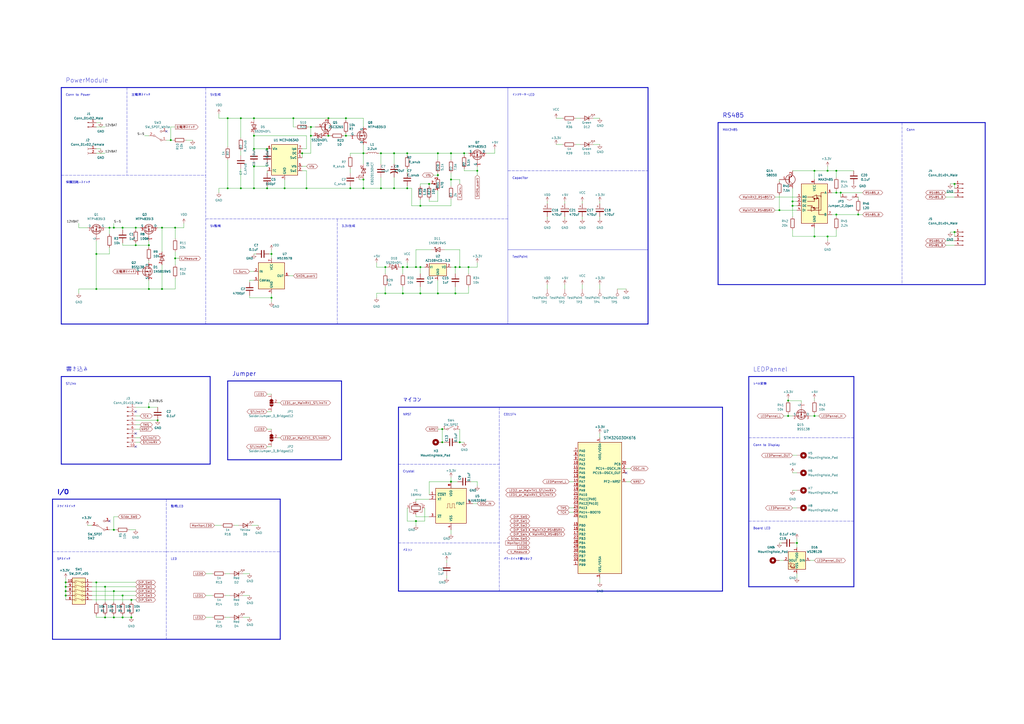
<source format=kicad_sch>
(kicad_sch (version 20211123) (generator eeschema)
  (paper "A2")
  (junction (at 459.74 116.84))
  (junction (at 264.16 170.18))
  (junction (at 264.16 154.94))
  (junction (at 71.12 358.14))
  (junction (at 132.08 109.22))
  (junction (at 266.7 256.54))
  (junction (at 485.14 111.76))
  (junction (at 200.66 78.74))
  (junction (at 38.1 337.82))
  (junction (at 180.34 78.74))
  (junction (at 241.3 154.94))
  (junction (at 66.04 132.08))
  (junction (at 157.48 172.72))
  (junction (at 497.84 124.46))
  (junction (at 55.88 167.64))
  (junction (at 71.12 345.44))
  (junction (at 472.44 137.16))
  (junction (at 60.96 358.14))
  (junction (at 177.8 109.22))
  (junction (at 78.74 132.08))
  (junction (at 147.32 68.58))
  (junction (at 553.72 106.68))
  (junction (at 86.36 236.22))
  (junction (at 220.98 88.9))
  (junction (at 480.06 137.16))
  (junction (at 243.84 119.38))
  (junction (at 236.22 88.9))
  (junction (at 147.32 96.52))
  (junction (at 175.26 88.9))
  (junction (at 485.14 124.46))
  (junction (at 91.44 243.84))
  (junction (at 462.28 314.96))
  (junction (at 472.44 241.3))
  (junction (at 154.94 86.36))
  (junction (at 66.04 358.14))
  (junction (at 457.2 232.41))
  (junction (at 223.52 154.94))
  (junction (at 236.22 109.22))
  (junction (at 180.34 73.66))
  (junction (at 459.74 119.38))
  (junction (at 236.22 154.94))
  (junction (at 139.7 109.22))
  (junction (at 157.48 147.32))
  (junction (at 452.12 121.92))
  (junction (at 256.54 248.92))
  (junction (at 553.72 134.62))
  (junction (at 132.08 68.58))
  (junction (at 210.82 104.14))
  (junction (at 243.84 154.94))
  (junction (at 487.68 111.76))
  (junction (at 93.98 132.08))
  (junction (at 101.6 149.86))
  (junction (at 480.06 99.06))
  (junction (at 147.32 109.22))
  (junction (at 190.5 78.74))
  (junction (at 223.52 170.18))
  (junction (at 271.78 154.94))
  (junction (at 228.6 109.22))
  (junction (at 254 88.9))
  (junction (at 71.12 132.08))
  (junction (at 266.7 154.94))
  (junction (at 233.68 154.94))
  (junction (at 269.24 88.9))
  (junction (at 165.1 109.22))
  (junction (at 139.7 68.58))
  (junction (at 60.96 340.36))
  (junction (at 261.62 88.9))
  (junction (at 63.5 132.08))
  (junction (at 38.1 342.9))
  (junction (at 210.82 109.22))
  (junction (at 203.2 109.22))
  (junction (at 485.14 99.06))
  (junction (at 276.86 99.06))
  (junction (at 101.6 132.08))
  (junction (at 147.32 78.74))
  (junction (at 38.1 345.44))
  (junction (at 256.54 256.54))
  (junction (at 147.32 86.36))
  (junction (at 254 101.6))
  (junction (at 241.3 302.26))
  (junction (at 93.98 167.64))
  (junction (at 261.62 279.4))
  (junction (at 55.88 147.32))
  (junction (at 457.2 241.3))
  (junction (at 200.66 68.58))
  (junction (at 243.84 170.18))
  (junction (at 261.62 104.14))
  (junction (at 190.5 68.58))
  (junction (at 228.6 88.9))
  (junction (at 210.82 88.9))
  (junction (at 66.04 307.34))
  (junction (at 38.1 340.36))
  (junction (at 99.06 81.28))
  (junction (at 220.98 109.22))
  (junction (at 248.92 106.68))
  (junction (at 78.74 142.24))
  (junction (at 86.36 142.24))
  (junction (at 66.04 342.9))
  (junction (at 86.36 167.64))
  (junction (at 76.2 358.14))
  (junction (at 233.68 170.18))
  (junction (at 170.18 68.58))
  (junction (at 254 170.18))
  (junction (at 55.88 337.82))
  (junction (at 154.94 109.22))
  (junction (at 472.44 99.06))
  (junction (at 76.2 347.98))
  (no_connect (at 78.74 238.76))
  (no_connect (at 363.22 274.32))
  (no_connect (at 78.74 251.46))
  (no_connect (at 78.74 259.08))
  (no_connect (at 63.5 302.26))
  (no_connect (at 96.52 76.2))
  (wire (pts (xy 78.74 254) (xy 81.28 254)))
  (wire (pts (xy 254 170.18) (xy 264.16 170.18)))
  (wire (pts (xy 261.62 104.14) (xy 266.7 104.14)))
  (polyline (pts (xy 231.14 342.9) (xy 419.1 342.9)) (stroke (width 0.5) (type solid)))
  (wire (pts (xy 457.2 231.14) (xy 457.2 232.41)))
  (wire (pts (xy 241.3 302.26) (xy 236.22 302.26)))
  (polyline (pts (xy 119.38 127) (xy 294.64 127)))
  (wire (pts (xy 119.38 358.14) (xy 123.19 358.14)))
  (wire (pts (xy 264.16 170.18) (xy 271.78 170.18)))
  (wire (pts (xy 243.84 166.37) (xy 243.84 170.18)))
  (wire (pts (xy 93.98 167.64) (xy 101.6 167.64)))
  (wire (pts (xy 63.5 147.32) (xy 55.88 147.32)))
  (polyline (pts (xy 162.56 370.84) (xy 162.56 289.56)) (stroke (width 0.5) (type solid)))
  (wire (pts (xy 469.9 325.12) (xy 472.44 325.12)))
  (wire (pts (xy 233.68 170.18) (xy 243.84 170.18)))
  (wire (pts (xy 276.86 279.4) (xy 273.05 279.4)))
  (wire (pts (xy 140.97 345.44) (xy 144.78 345.44)))
  (polyline (pts (xy 96.52 320.04) (xy 162.56 320.04)))
  (wire (pts (xy 236.22 152.4) (xy 236.22 154.94)))
  (wire (pts (xy 71.12 132.08) (xy 78.74 132.08)))
  (wire (pts (xy 317.5 125.73) (xy 317.5 127)))
  (wire (pts (xy 553.72 106.68) (xy 553.72 109.22)))
  (wire (pts (xy 130.81 332.74) (xy 133.35 332.74)))
  (wire (pts (xy 190.5 78.74) (xy 191.77 78.74)))
  (polyline (pts (xy 35.56 101.6) (xy 68.58 101.6)))
  (wire (pts (xy 60.96 132.08) (xy 63.5 132.08)))
  (wire (pts (xy 327.66 165.1) (xy 327.66 167.64)))
  (wire (pts (xy 459.74 133.35) (xy 459.74 137.16)))
  (wire (pts (xy 76.2 349.25) (xy 76.2 347.98)))
  (wire (pts (xy 45.72 129.54) (xy 45.72 132.08)))
  (wire (pts (xy 269.24 88.9) (xy 269.24 90.17)))
  (wire (pts (xy 218.44 152.4) (xy 218.44 154.94)))
  (wire (pts (xy 60.96 358.14) (xy 60.96 356.87)))
  (wire (pts (xy 248.92 289.56) (xy 241.3 289.56)))
  (wire (pts (xy 130.81 345.44) (xy 133.35 345.44)))
  (wire (pts (xy 68.58 299.72) (xy 66.04 299.72)))
  (polyline (pts (xy 121.92 269.24) (xy 121.92 218.44)) (stroke (width 0.5) (type solid)))
  (wire (pts (xy 271.78 166.37) (xy 271.78 170.18)))
  (wire (pts (xy 220.98 88.9) (xy 220.98 95.25)))
  (wire (pts (xy 228.6 109.22) (xy 228.6 102.87)))
  (wire (pts (xy 457.2 241.3) (xy 459.74 241.3)))
  (wire (pts (xy 261.62 104.14) (xy 261.62 107.95)))
  (wire (pts (xy 55.88 88.9) (xy 60.96 88.9)))
  (wire (pts (xy 86.36 162.56) (xy 86.36 167.64)))
  (wire (pts (xy 243.84 154.94) (xy 246.38 154.94)))
  (wire (pts (xy 139.7 68.58) (xy 147.32 68.58)))
  (wire (pts (xy 38.1 345.44) (xy 38.1 347.98)))
  (wire (pts (xy 107.95 81.28) (xy 111.76 81.28)))
  (wire (pts (xy 71.12 142.24) (xy 78.74 142.24)))
  (wire (pts (xy 281.94 88.9) (xy 287.02 88.9)))
  (wire (pts (xy 71.12 132.08) (xy 71.12 133.35)))
  (polyline (pts (xy 434.34 340.36) (xy 495.3 340.36)) (stroke (width 0.5) (type solid)))
  (wire (pts (xy 55.88 139.7) (xy 55.88 147.32)))
  (wire (pts (xy 452.12 325.12) (xy 454.66 325.12)))
  (wire (pts (xy 147.32 68.58) (xy 147.32 69.85)))
  (wire (pts (xy 462.28 314.96) (xy 462.28 317.5)))
  (wire (pts (xy 154.94 238.76) (xy 157.48 238.76)))
  (wire (pts (xy 344.17 83.82) (xy 347.98 83.82)))
  (wire (pts (xy 203.2 90.17) (xy 203.2 88.9)))
  (wire (pts (xy 459.74 99.06) (xy 472.44 99.06)))
  (wire (pts (xy 459.74 137.16) (xy 472.44 137.16)))
  (wire (pts (xy 78.74 142.24) (xy 86.36 142.24)))
  (wire (pts (xy 241.3 289.56) (xy 241.3 290.83)))
  (wire (pts (xy 218.44 170.18) (xy 218.44 172.72)))
  (wire (pts (xy 177.8 99.06) (xy 177.8 109.22)))
  (wire (pts (xy 154.94 109.22) (xy 165.1 109.22)))
  (wire (pts (xy 66.04 299.72) (xy 66.04 307.34)))
  (wire (pts (xy 485.14 137.16) (xy 480.06 137.16)))
  (wire (pts (xy 459.74 109.22) (xy 459.74 116.84)))
  (wire (pts (xy 264.16 166.37) (xy 264.16 170.18)))
  (wire (pts (xy 261.62 88.9) (xy 261.62 92.71)))
  (wire (pts (xy 180.34 73.66) (xy 180.34 78.74)))
  (wire (pts (xy 457.2 240.03) (xy 457.2 241.3)))
  (wire (pts (xy 38.1 340.36) (xy 38.1 342.9)))
  (wire (pts (xy 180.34 78.74) (xy 181.61 78.74)))
  (wire (pts (xy 127 66.04) (xy 127 68.58)))
  (wire (pts (xy 200.66 68.58) (xy 210.82 68.58)))
  (wire (pts (xy 157.48 170.18) (xy 157.48 172.72)))
  (wire (pts (xy 241.3 154.94) (xy 243.84 154.94)))
  (wire (pts (xy 147.32 147.32) (xy 148.59 147.32)))
  (wire (pts (xy 190.5 68.58) (xy 200.66 68.58)))
  (wire (pts (xy 144.78 157.48) (xy 147.32 157.48)))
  (wire (pts (xy 256.54 248.92) (xy 256.54 256.54)))
  (wire (pts (xy 208.28 104.14) (xy 210.82 104.14)))
  (wire (pts (xy 243.84 115.57) (xy 243.84 119.38)))
  (wire (pts (xy 487.68 111.76) (xy 487.68 114.3)))
  (wire (pts (xy 119.38 345.44) (xy 123.19 345.44)))
  (wire (pts (xy 485.14 99.06) (xy 485.14 102.87)))
  (wire (pts (xy 330.2 294.64) (xy 332.74 294.64)))
  (wire (pts (xy 154.94 248.92) (xy 157.48 248.92)))
  (wire (pts (xy 146.05 304.8) (xy 149.86 304.8)))
  (wire (pts (xy 203.2 78.74) (xy 200.66 78.74)))
  (polyline (pts (xy 30.48 320.04) (xy 96.52 320.04)))
  (wire (pts (xy 93.98 132.08) (xy 101.6 132.08)))
  (wire (pts (xy 177.8 86.36) (xy 177.8 78.74)))
  (wire (pts (xy 71.12 345.44) (xy 71.12 349.25)))
  (wire (pts (xy 358.14 167.64) (xy 363.22 167.64)))
  (wire (pts (xy 266.7 154.94) (xy 271.78 154.94)))
  (wire (pts (xy 337.82 165.1) (xy 337.82 167.64)))
  (wire (pts (xy 210.82 83.82) (xy 210.82 88.9)))
  (wire (pts (xy 66.04 358.14) (xy 60.96 358.14)))
  (wire (pts (xy 254 100.33) (xy 254 101.6)))
  (polyline (pts (xy 375.92 187.96) (xy 35.56 187.96)) (stroke (width 0.5) (type solid)))
  (wire (pts (xy 228.6 88.9) (xy 236.22 88.9)))
  (wire (pts (xy 330.2 279.4) (xy 332.74 279.4)))
  (wire (pts (xy 101.6 161.29) (xy 101.6 167.64)))
  (wire (pts (xy 203.2 88.9) (xy 210.82 88.9)))
  (wire (pts (xy 78.74 248.92) (xy 81.28 248.92)))
  (wire (pts (xy 78.74 241.3) (xy 81.28 241.3)))
  (polyline (pts (xy 132.08 266.7) (xy 198.12 266.7)) (stroke (width 0.5) (type solid)))
  (polyline (pts (xy 132.08 220.98) (xy 198.12 220.98)) (stroke (width 0.5) (type solid)))
  (wire (pts (xy 76.2 358.14) (xy 71.12 358.14)))
  (wire (pts (xy 363.22 279.4) (xy 365.76 279.4)))
  (wire (pts (xy 452.12 121.92) (xy 462.28 121.92)))
  (polyline (pts (xy 231.14 236.22) (xy 419.1 236.22)) (stroke (width 0.5) (type solid)))
  (wire (pts (xy 274.32 292.1) (xy 276.86 292.1)))
  (wire (pts (xy 462.28 332.74) (xy 462.28 335.28)))
  (wire (pts (xy 337.82 125.73) (xy 337.82 127)))
  (wire (pts (xy 63.5 132.08) (xy 63.5 135.89)))
  (wire (pts (xy 223.52 154.94) (xy 224.79 154.94)))
  (wire (pts (xy 170.18 68.58) (xy 170.18 73.66)))
  (wire (pts (xy 78.74 256.54) (xy 81.28 256.54)))
  (wire (pts (xy 147.32 86.36) (xy 154.94 86.36)))
  (wire (pts (xy 53.34 342.9) (xy 66.04 342.9)))
  (wire (pts (xy 363.22 271.78) (xy 365.76 271.78)))
  (wire (pts (xy 66.04 358.14) (xy 66.04 356.87)))
  (wire (pts (xy 264.16 154.94) (xy 266.7 154.94)))
  (wire (pts (xy 154.94 107.95) (xy 154.94 109.22)))
  (wire (pts (xy 287.02 86.36) (xy 287.02 88.9)))
  (wire (pts (xy 219.71 88.9) (xy 220.98 88.9)))
  (wire (pts (xy 210.82 109.22) (xy 210.82 104.14)))
  (wire (pts (xy 347.98 116.84) (xy 347.98 118.11)))
  (wire (pts (xy 50.8 304.8) (xy 53.34 304.8)))
  (wire (pts (xy 93.98 153.67) (xy 93.98 167.64)))
  (wire (pts (xy 264.16 154.94) (xy 264.16 158.75)))
  (wire (pts (xy 269.24 99.06) (xy 276.86 99.06)))
  (polyline (pts (xy 30.48 370.84) (xy 162.56 370.84)) (stroke (width 0.5) (type solid)))
  (wire (pts (xy 147.32 96.52) (xy 147.32 109.22)))
  (wire (pts (xy 266.7 248.92) (xy 266.7 256.54)))
  (wire (pts (xy 66.04 342.9) (xy 78.74 342.9)))
  (wire (pts (xy 55.88 167.64) (xy 86.36 167.64)))
  (wire (pts (xy 254 101.6) (xy 254 102.87)))
  (wire (pts (xy 246.38 294.64) (xy 246.38 302.26)))
  (wire (pts (xy 243.84 106.68) (xy 248.92 106.68)))
  (wire (pts (xy 177.8 86.36) (xy 175.26 86.36)))
  (wire (pts (xy 161.29 254) (xy 162.56 254)))
  (wire (pts (xy 78.74 246.38) (xy 81.28 246.38)))
  (wire (pts (xy 464.82 233.68) (xy 464.82 232.41)))
  (wire (pts (xy 139.7 97.79) (xy 139.7 109.22)))
  (wire (pts (xy 254 162.56) (xy 254 170.18)))
  (wire (pts (xy 218.44 170.18) (xy 223.52 170.18)))
  (wire (pts (xy 553.72 139.7) (xy 548.64 139.7)))
  (wire (pts (xy 482.6 111.76) (xy 485.14 111.76)))
  (wire (pts (xy 139.7 68.58) (xy 139.7 80.01)))
  (wire (pts (xy 459.74 294.64) (xy 462.28 294.64)))
  (wire (pts (xy 157.48 172.72) (xy 157.48 175.26)))
  (wire (pts (xy 553.72 134.62) (xy 551.18 134.62)))
  (wire (pts (xy 86.36 151.13) (xy 86.36 152.4)))
  (wire (pts (xy 147.32 86.36) (xy 147.32 87.63)))
  (wire (pts (xy 233.68 170.18) (xy 223.52 170.18)))
  (polyline (pts (xy 121.92 218.44) (xy 35.56 218.44)) (stroke (width 0.5) (type solid)))
  (wire (pts (xy 276.86 96.52) (xy 276.86 99.06)))
  (wire (pts (xy 55.88 147.32) (xy 55.88 167.64)))
  (wire (pts (xy 78.74 140.97) (xy 78.74 142.24)))
  (polyline (pts (xy 495.3 340.36) (xy 495.3 218.44)) (stroke (width 0.5) (type solid)))
  (wire (pts (xy 271.78 154.94) (xy 271.78 158.75)))
  (wire (pts (xy 167.64 160.02) (xy 170.18 160.02)))
  (wire (pts (xy 452.12 314.96) (xy 453.39 314.96)))
  (wire (pts (xy 147.32 109.22) (xy 154.94 109.22)))
  (wire (pts (xy 86.36 167.64) (xy 93.98 167.64)))
  (wire (pts (xy 101.6 73.66) (xy 99.06 73.66)))
  (polyline (pts (xy 434.34 302.26) (xy 495.3 302.26)))
  (wire (pts (xy 254 110.49) (xy 254 116.84)))
  (wire (pts (xy 53.34 347.98) (xy 76.2 347.98)))
  (wire (pts (xy 241.3 302.26) (xy 241.3 304.8)))
  (wire (pts (xy 232.41 154.94) (xy 233.68 154.94)))
  (wire (pts (xy 86.36 139.7) (xy 86.36 142.24)))
  (wire (pts (xy 236.22 107.95) (xy 236.22 109.22)))
  (wire (pts (xy 497.84 123.19) (xy 497.84 124.46)))
  (wire (pts (xy 347.98 251.46) (xy 347.98 254)))
  (polyline (pts (xy 571.5 71.12) (xy 416.56 71.12)) (stroke (width 0.5) (type solid)))
  (wire (pts (xy 119.38 332.74) (xy 123.19 332.74)))
  (polyline (pts (xy 416.56 71.12) (xy 416.56 165.1)) (stroke (width 0.5) (type solid)))
  (wire (pts (xy 45.72 167.64) (xy 45.72 170.18)))
  (wire (pts (xy 485.14 124.46) (xy 485.14 125.73)))
  (wire (pts (xy 322.58 68.58) (xy 326.39 68.58)))
  (wire (pts (xy 462.28 312.42) (xy 462.28 314.96)))
  (wire (pts (xy 461.01 314.96) (xy 462.28 314.96)))
  (wire (pts (xy 154.94 99.06) (xy 154.94 100.33)))
  (wire (pts (xy 53.34 337.82) (xy 55.88 337.82)))
  (wire (pts (xy 179.07 73.66) (xy 180.34 73.66)))
  (wire (pts (xy 497.84 114.3) (xy 497.84 115.57)))
  (wire (pts (xy 228.6 109.22) (xy 236.22 109.22)))
  (polyline (pts (xy 35.56 187.96) (xy 35.56 50.8)) (stroke (width 0.5) (type solid)))
  (wire (pts (xy 157.48 147.32) (xy 157.48 149.86)))
  (polyline (pts (xy 231.14 314.96) (xy 289.56 314.96)))
  (wire (pts (xy 144.78 163.83) (xy 144.78 162.56)))
  (wire (pts (xy 459.74 116.84) (xy 459.74 119.38)))
  (wire (pts (xy 472.44 99.06) (xy 472.44 104.14)))
  (wire (pts (xy 327.66 116.84) (xy 327.66 118.11)))
  (wire (pts (xy 38.1 337.82) (xy 38.1 340.36)))
  (wire (pts (xy 485.14 124.46) (xy 497.84 124.46)))
  (wire (pts (xy 241.3 144.78) (xy 241.3 154.94)))
  (wire (pts (xy 154.94 87.63) (xy 154.94 86.36)))
  (wire (pts (xy 127 109.22) (xy 132.08 109.22)))
  (wire (pts (xy 154.94 259.08) (xy 157.48 259.08)))
  (wire (pts (xy 480.06 137.16) (xy 472.44 137.16)))
  (wire (pts (xy 482.6 124.46) (xy 485.14 124.46)))
  (wire (pts (xy 86.36 142.24) (xy 86.36 143.51)))
  (wire (pts (xy 66.04 129.54) (xy 66.04 132.08)))
  (wire (pts (xy 63.5 143.51) (xy 63.5 147.32)))
  (wire (pts (xy 248.92 106.68) (xy 248.92 107.95)))
  (wire (pts (xy 101.6 132.08) (xy 101.6 138.43)))
  (wire (pts (xy 271.78 154.94) (xy 276.86 154.94)))
  (wire (pts (xy 175.26 99.06) (xy 177.8 99.06)))
  (wire (pts (xy 132.08 109.22) (xy 139.7 109.22)))
  (polyline (pts (xy 375.92 50.8) (xy 375.92 187.96)) (stroke (width 0.5) (type solid)))
  (polyline (pts (xy 231.14 236.22) (xy 231.14 342.9)) (stroke (width 0.5) (type solid)))
  (wire (pts (xy 236.22 88.9) (xy 254 88.9)))
  (polyline (pts (xy 434.34 254) (xy 495.3 254)))
  (wire (pts (xy 132.08 92.71) (xy 132.08 109.22)))
  (wire (pts (xy 266.7 104.14) (xy 266.7 106.68)))
  (polyline (pts (xy 35.56 218.44) (xy 35.56 269.24)) (stroke (width 0.5) (type solid)))
  (polyline (pts (xy 434.34 218.44) (xy 495.3 218.44)) (stroke (width 0.5) (type solid)))
  (wire (pts (xy 228.6 88.9) (xy 228.6 95.25)))
  (wire (pts (xy 55.88 358.14) (xy 55.88 356.87)))
  (wire (pts (xy 261.62 119.38) (xy 243.84 119.38)))
  (wire (pts (xy 210.82 88.9) (xy 210.82 95.25)))
  (polyline (pts (xy 30.48 370.84) (xy 30.48 289.56)) (stroke (width 0.5) (type solid)))
  (polyline (pts (xy 434.34 218.44) (xy 434.34 340.36)) (stroke (width 0.5) (type solid)))
  (wire (pts (xy 256.54 256.54) (xy 257.81 256.54)))
  (wire (pts (xy 485.14 133.35) (xy 485.14 137.16)))
  (wire (pts (xy 553.72 114.3) (xy 548.64 114.3)))
  (polyline (pts (xy 294.64 119.38) (xy 294.64 50.8)) (stroke (width 0) (type solid)))
  (wire (pts (xy 261.62 88.9) (xy 269.24 88.9)))
  (wire (pts (xy 261.62 154.94) (xy 264.16 154.94)))
  (wire (pts (xy 140.97 358.14) (xy 144.78 358.14)))
  (wire (pts (xy 218.44 154.94) (xy 223.52 154.94)))
  (wire (pts (xy 130.81 358.14) (xy 133.35 358.14)))
  (wire (pts (xy 144.78 172.72) (xy 157.48 172.72)))
  (wire (pts (xy 553.72 142.24) (xy 548.64 142.24)))
  (wire (pts (xy 459.74 284.48) (xy 462.28 284.48)))
  (wire (pts (xy 464.82 232.41) (xy 457.2 232.41)))
  (wire (pts (xy 337.82 116.84) (xy 337.82 118.11)))
  (wire (pts (xy 487.68 111.76) (xy 500.38 111.76)))
  (wire (pts (xy 60.96 340.36) (xy 60.96 349.25)))
  (wire (pts (xy 76.2 358.14) (xy 76.2 356.87)))
  (wire (pts (xy 99.06 73.66) (xy 99.06 81.28)))
  (wire (pts (xy 140.97 332.74) (xy 144.78 332.74)))
  (wire (pts (xy 261.62 100.33) (xy 261.62 104.14)))
  (wire (pts (xy 124.46 304.8) (xy 128.27 304.8)))
  (wire (pts (xy 472.44 241.3) (xy 474.98 241.3)))
  (wire (pts (xy 189.23 78.74) (xy 190.5 78.74)))
  (wire (pts (xy 233.68 154.94) (xy 233.68 158.75)))
  (wire (pts (xy 147.32 77.47) (xy 147.32 78.74)))
  (wire (pts (xy 459.74 264.16) (xy 462.28 264.16)))
  (wire (pts (xy 269.24 88.9) (xy 271.78 88.9)))
  (wire (pts (xy 254 101.6) (xy 251.46 101.6)))
  (wire (pts (xy 71.12 358.14) (xy 71.12 356.87)))
  (wire (pts (xy 66.04 132.08) (xy 71.12 132.08)))
  (wire (pts (xy 55.88 71.12) (xy 58.42 71.12)))
  (wire (pts (xy 261.62 307.34) (xy 261.62 309.88)))
  (wire (pts (xy 485.14 99.06) (xy 495.3 99.06)))
  (wire (pts (xy 236.22 90.17) (xy 236.22 88.9)))
  (wire (pts (xy 241.3 298.45) (xy 241.3 299.72)))
  (wire (pts (xy 101.6 132.08) (xy 106.68 132.08)))
  (wire (pts (xy 220.98 88.9) (xy 228.6 88.9)))
  (wire (pts (xy 452.12 104.14) (xy 452.12 105.41)))
  (wire (pts (xy 236.22 154.94) (xy 241.3 154.94)))
  (wire (pts (xy 38.1 342.9) (xy 38.1 345.44)))
  (wire (pts (xy 86.36 236.22) (xy 91.44 236.22)))
  (wire (pts (xy 266.7 256.54) (xy 269.24 256.54)))
  (wire (pts (xy 55.88 337.82) (xy 55.88 349.25)))
  (wire (pts (xy 101.6 149.86) (xy 101.6 153.67)))
  (wire (pts (xy 170.18 68.58) (xy 190.5 68.58)))
  (wire (pts (xy 203.2 109.22) (xy 210.82 109.22)))
  (wire (pts (xy 449.58 121.92) (xy 452.12 121.92)))
  (wire (pts (xy 485.14 111.76) (xy 487.68 111.76)))
  (wire (pts (xy 53.34 340.36) (xy 60.96 340.36)))
  (wire (pts (xy 132.08 68.58) (xy 132.08 85.09)))
  (wire (pts (xy 55.88 337.82) (xy 78.74 337.82)))
  (wire (pts (xy 203.2 107.95) (xy 203.2 109.22)))
  (wire (pts (xy 180.34 73.66) (xy 182.88 73.66)))
  (wire (pts (xy 266.7 256.54) (xy 265.43 256.54)))
  (wire (pts (xy 91.44 132.08) (xy 93.98 132.08)))
  (polyline (pts (xy 73.66 50.8) (xy 73.66 101.6)))
  (wire (pts (xy 257.81 144.78) (xy 266.7 144.78)))
  (wire (pts (xy 553.72 134.62) (xy 553.72 137.16)))
  (wire (pts (xy 276.86 99.06) (xy 276.86 101.6)))
  (wire (pts (xy 101.6 146.05) (xy 101.6 149.86)))
  (wire (pts (xy 170.18 73.66) (xy 171.45 73.66)))
  (polyline (pts (xy 419.1 342.9) (xy 419.1 236.22)) (stroke (width 0.5) (type solid)))
  (wire (pts (xy 236.22 109.22) (xy 238.76 109.22)))
  (wire (pts (xy 200.66 77.47) (xy 200.66 78.74)))
  (wire (pts (xy 459.74 119.38) (xy 462.28 119.38)))
  (polyline (pts (xy 132.08 220.98) (xy 132.08 266.7)) (stroke (width 0.5) (type solid)))
  (wire (pts (xy 254 92.71) (xy 254 88.9)))
  (wire (pts (xy 241.3 144.78) (xy 250.19 144.78)))
  (wire (pts (xy 165.1 104.14) (xy 165.1 109.22)))
  (wire (pts (xy 317.5 116.84) (xy 317.5 118.11)))
  (wire (pts (xy 254 116.84) (xy 248.92 116.84)))
  (wire (pts (xy 449.58 114.3) (xy 462.28 114.3)))
  (wire (pts (xy 330.2 297.18) (xy 332.74 297.18)))
  (wire (pts (xy 45.72 132.08) (xy 50.8 132.08)))
  (polyline (pts (xy 571.5 165.1) (xy 571.5 71.12)) (stroke (width 0.5) (type solid)))
  (wire (pts (xy 248.92 116.84) (xy 248.92 115.57)))
  (wire (pts (xy 210.82 88.9) (xy 212.09 88.9)))
  (wire (pts (xy 344.17 68.58) (xy 347.98 68.58)))
  (polyline (pts (xy 289.56 236.22) (xy 289.56 342.9)))
  (wire (pts (xy 459.74 119.38) (xy 459.74 125.73)))
  (wire (pts (xy 454.66 241.3) (xy 457.2 241.3)))
  (wire (pts (xy 276.86 281.94) (xy 276.86 279.4)))
  (polyline (pts (xy 96.52 289.56) (xy 96.52 370.84)))
  (wire (pts (xy 180.34 78.74) (xy 180.34 88.9)))
  (polyline (pts (xy 294.64 144.78) (xy 375.92 144.78)) (stroke (width 0) (type solid)))
  (wire (pts (xy 175.26 96.52) (xy 177.8 96.52)))
  (wire (pts (xy 246.38 302.26) (xy 241.3 302.26)))
  (wire (pts (xy 480.06 99.06) (xy 480.06 96.52)))
  (wire (pts (xy 55.88 73.66) (xy 60.96 73.66)))
  (polyline (pts (xy 523.24 71.12) (xy 523.24 165.1)))
  (wire (pts (xy 71.12 345.44) (xy 78.74 345.44)))
  (wire (pts (xy 63.5 132.08) (xy 66.04 132.08)))
  (wire (pts (xy 259.08 325.12) (xy 259.08 326.39)))
  (wire (pts (xy 317.5 165.1) (xy 317.5 167.64)))
  (wire (pts (xy 236.22 302.26) (xy 236.22 294.64)))
  (wire (pts (xy 480.06 99.06) (xy 485.14 99.06)))
  (wire (pts (xy 96.52 81.28) (xy 99.06 81.28)))
  (wire (pts (xy 236.22 97.79) (xy 236.22 100.33)))
  (wire (pts (xy 161.29 233.68) (xy 162.56 233.68)))
  (wire (pts (xy 223.52 170.18) (xy 223.52 166.37)))
  (wire (pts (xy 177.8 109.22) (xy 203.2 109.22)))
  (wire (pts (xy 106.68 129.54) (xy 106.68 132.08)))
  (wire (pts (xy 243.84 170.18) (xy 254 170.18)))
  (wire (pts (xy 259.08 334.01) (xy 259.08 335.28)))
  (polyline (pts (xy 198.12 266.7) (xy 198.12 220.98)) (stroke (width 0.5) (type solid)))
  (wire (pts (xy 78.74 243.84) (xy 91.44 243.84)))
  (wire (pts (xy 233.68 166.37) (xy 233.68 170.18)))
  (wire (pts (xy 55.88 86.36) (xy 58.42 86.36)))
  (wire (pts (xy 180.34 88.9) (xy 175.26 88.9)))
  (wire (pts (xy 472.44 241.3) (xy 472.44 240.03)))
  (wire (pts (xy 241.3 299.72) (xy 248.92 299.72)))
  (wire (pts (xy 101.6 149.86) (xy 104.14 149.86)))
  (wire (pts (xy 269.24 97.79) (xy 269.24 99.06)))
  (polyline (pts (xy 195.58 127) (xy 195.58 187.96)))
  (wire (pts (xy 93.98 132.08) (xy 93.98 146.05)))
  (wire (pts (xy 233.68 154.94) (xy 236.22 154.94)))
  (wire (pts (xy 223.52 154.94) (xy 223.52 158.75)))
  (polyline (pts (xy 294.64 119.38) (xy 294.64 187.96)) (stroke (width 0) (type solid)))
  (wire (pts (xy 147.32 78.74) (xy 147.32 86.36)))
  (wire (pts (xy 347.98 125.73) (xy 347.98 127)))
  (wire (pts (xy 459.74 116.84) (xy 462.28 116.84)))
  (wire (pts (xy 66.04 307.34) (xy 67.31 307.34)))
  (wire (pts (xy 78.74 132.08) (xy 78.74 133.35)))
  (wire (pts (xy 472.44 231.14) (xy 472.44 232.41)))
  (wire (pts (xy 135.89 304.8) (xy 138.43 304.8)))
  (wire (pts (xy 157.48 144.78) (xy 157.48 147.32)))
  (wire (pts (xy 144.78 171.45) (xy 144.78 172.72)))
  (polyline (pts (xy 35.56 50.8) (xy 375.92 50.8)) (stroke (width 0.5) (type solid)))
  (wire (pts (xy 71.12 358.14) (xy 66.04 358.14)))
  (wire (pts (xy 60.96 340.36) (xy 78.74 340.36)))
  (wire (pts (xy 78.74 132.08) (xy 81.28 132.08)))
  (wire (pts (xy 553.72 111.76) (xy 548.64 111.76)))
  (wire (pts (xy 480.06 137.16) (xy 480.06 139.7)))
  (wire (pts (xy 472.44 132.08) (xy 472.44 137.16)))
  (polyline (pts (xy 35.56 269.24) (xy 121.92 269.24)) (stroke (width 0.5) (type solid)))
  (wire (pts (xy 266.7 144.78) (xy 266.7 154.94)))
  (wire (pts (xy 147.32 78.74) (xy 177.8 78.74)))
  (wire (pts (xy 334.01 68.58) (xy 336.55 68.58)))
  (polyline (pts (xy 416.56 165.1) (xy 571.5 165.1)) (stroke (width 0.5) (type solid)))
  (wire (pts (xy 175.26 91.44) (xy 175.26 88.9)))
  (polyline (pts (xy 30.48 289.56) (xy 162.56 289.56)) (stroke (width 0.5) (type solid)))
  (wire (pts (xy 147.32 68.58) (xy 170.18 68.58)))
  (wire (pts (xy 78.74 236.22) (xy 86.36 236.22)))
  (wire (pts (xy 99.06 81.28) (xy 100.33 81.28)))
  (wire (pts (xy 485.14 110.49) (xy 485.14 111.76)))
  (wire (pts (xy 55.88 358.14) (xy 60.96 358.14)))
  (wire (pts (xy 74.93 307.34) (xy 78.74 307.34)))
  (wire (pts (xy 203.2 97.79) (xy 203.2 100.33)))
  (wire (pts (xy 139.7 87.63) (xy 139.7 90.17)))
  (wire (pts (xy 248.92 106.68) (xy 250.19 106.68)))
  (wire (pts (xy 276.86 152.4) (xy 276.86 154.94)))
  (wire (pts (xy 53.34 345.44) (xy 71.12 345.44)))
  (wire (pts (xy 83.82 78.74) (xy 86.36 78.74)))
  (wire (pts (xy 76.2 347.98) (xy 78.74 347.98)))
  (wire (pts (xy 261.62 279.4) (xy 248.92 279.4)))
  (wire (pts (xy 254 88.9) (xy 261.62 88.9)))
  (wire (pts (xy 553.72 106.68) (xy 551.18 106.68)))
  (wire (pts (xy 265.43 279.4) (xy 261.62 279.4)))
  (wire (pts (xy 327.66 125.73) (xy 327.66 127)))
  (wire (pts (xy 248.92 279.4) (xy 248.92 287.02)))
  (wire (pts (xy 254 248.92) (xy 256.54 248.92)))
  (wire (pts (xy 472.44 99.06) (xy 480.06 99.06)))
  (wire (pts (xy 469.9 241.3) (xy 472.44 241.3)))
  (polyline (pts (xy 231.14 269.24) (xy 289.56 269.24)))
  (wire (pts (xy 334.01 83.82) (xy 336.55 83.82)))
  (wire (pts (xy 66.04 349.25) (xy 66.04 342.9)))
  (wire (pts (xy 144.78 162.56) (xy 147.32 162.56)))
  (wire (pts (xy 243.84 119.38) (xy 238.76 119.38)))
  (wire (pts (xy 63.5 307.34) (xy 66.04 307.34)))
  (wire (pts (xy 55.88 167.64) (xy 45.72 167.64)))
  (wire (pts (xy 86.36 233.68) (xy 86.36 236.22)))
  (wire (pts (xy 127 68.58) (xy 132.08 68.58)))
  (wire (pts (xy 452.12 113.03) (xy 452.12 121.92)))
  (wire (pts (xy 238.76 119.38) (xy 238.76 109.22)))
  (wire (pts (xy 459.74 274.32) (xy 462.28 274.32)))
  (wire (pts (xy 139.7 109.22) (xy 147.32 109.22)))
  (wire (pts (xy 154.94 228.6) (xy 157.48 228.6)))
  (wire (pts (xy 177.8 109.22) (xy 165.1 109.22)))
  (wire (pts (xy 347.98 165.1) (xy 347.98 167.64)))
  (wire (pts (xy 199.39 78.74) (xy 200.66 78.74)))
  (polyline (pts (xy 119.38 101.6) (xy 119.38 187.96)))
  (polyline (pts (xy 68.58 101.6) (xy 119.38 101.6)))
  (wire (pts (xy 147.32 96.52) (xy 147.32 95.25)))
  (wire (pts (xy 200.66 68.58) (xy 200.66 69.85)))
  (wire (pts (xy 347.98 335.28) (xy 347.98 337.82)))
  (wire (pts (xy 127 109.22) (xy 127 111.76)))
  (wire (pts (xy 261.62 279.4) (xy 261.62 276.86)))
  (wire (pts (xy 497.84 124.46) (xy 500.38 124.46)))
  (wire (pts (xy 210.82 68.58) (xy 210.82 73.66)))
  (wire (pts (xy 38.1 335.28) (xy 38.1 337.82)))
  (wire (pts (xy 154.94 95.25) (xy 154.94 96.52)))
  (wire (pts (xy 147.32 96.52) (xy 154.94 96.52)))
  (wire (pts (xy 261.62 115.57) (xy 261.62 119.38)))
  (wire (pts (xy 220.98 109.22) (xy 228.6 109.22)))
  (wire (pts (xy 156.21 147.32) (xy 157.48 147.32)))
  (wire (pts (xy 71.12 140.97) (xy 71.12 142.24)))
  (wire (pts (xy 210.82 109.22) (xy 220.98 109.22)))
  (polyline (pts (xy 119.38 50.8) (xy 119.38 101.6)))
  (polyline (pts (xy 294.64 99.06) (xy 375.92 99.06)))
  (wire (pts (xy 243.84 106.68) (xy 243.84 107.95)))
  (wire (pts (xy 132.08 68.58) (xy 139.7 68.58)))
  (wire (pts (xy 220.98 102.87) (xy 220.98 109.22)))
  (wire (pts (xy 322.58 83.82) (xy 326.39 83.82)))
  (wire (pts (xy 243.84 154.94) (xy 243.84 158.75)))
  (text "5V監視" (at 121.92 132.08 0) (effects (font (size 1.27 1.27)) (justify left bottom)))
  (text "RS485" (at 419.1 68.58 0) (effects (font (size 2.54 2.54) (thickness 0.254) bold) (justify left bottom)))
  (text "レベル変換" (at 436.88 223.52 0) (effects (font (size 1.27 1.27)) (justify left bottom)))
  (text "Crystal" (at 233.68 274.32 0) (effects (font (size 1.27 1.27)) (justify left bottom)))
  (text "I/O" (at 33.02 287.02 0) (effects (font (size 2.54 2.54) (thickness 0.508) bold) (justify left bottom)))
  (text "MAX3485" (at 419.1 76.2 0) (effects (font (size 1.27 1.27)) (justify left bottom)))
  (text "3.3V生成" (at 198.12 132.08 0) (effects (font (size 1.27 1.27)) (justify left bottom)))
  (text "Conn to Power" (at 38.1 55.88 0) (effects (font (size 1.27 1.27)) (justify left bottom)))
  (text "パスコン" (at 233.68 320.04 0) (effects (font (size 1.27 1.27)) (justify left bottom)))
  (text "LEDPannel" (at 436.88 215.9 0) (effects (font (size 2.54 2.54)) (justify left bottom)))
  (text "マイコン" (at 233.68 233.68 0) (effects (font (size 2.54 2.54) (thickness 0.254) bold) (justify left bottom)))
  (text "LED" (at 99.06 325.12 0) (effects (font (size 1.27 1.27)) (justify left bottom)))
  (text "PowerModule" (at 38.1 48.26 0) (effects (font (size 2.54 2.54)) (justify left bottom)))
  (text "C011F4" (at 292.1 241.3 0) (effects (font (size 1.27 1.27)) (justify left bottom)))
  (text "書き込み" (at 38.1 215.9 0) (effects (font (size 2.54 2.54)) (justify left bottom)))
  (text "TestPoint" (at 297.18 149.86 0) (effects (font (size 1.27 1.27)) (justify left bottom)))
  (text "スライドスイッチ" (at 33.02 294.64 0) (effects (font (size 1.27 1.27)) (justify left bottom)))
  (text "Capacitor" (at 297.18 104.14 0) (effects (font (size 1.27 1.27)) (justify left bottom)))
  (text "保護回路・スイッチ" (at 38.1 106.68 0) (effects (font (size 1.27 1.27)) (justify left bottom)))
  (text "パワースイッチ要らない？" (at 292.1 325.12 0) (effects (font (size 1.27 1.27)) (justify left bottom)))
  (text "Jumper" (at 134.62 218.44 0) (effects (font (size 2.54 2.54) (thickness 0.254) bold) (justify left bottom)))
  (text "NRST" (at 233.68 241.3 0) (effects (font (size 1.27 1.27)) (justify left bottom)))
  (text "STLink" (at 38.1 223.52 0) (effects (font (size 1.27 1.27)) (justify left bottom)))
  (text "5V生成" (at 121.92 55.88 0) (effects (font (size 1.27 1.27)) (justify left bottom)))
  (text "Board LED" (at 436.88 307.34 0) (effects (font (size 1.27 1.27)) (justify left bottom)))
  (text "監視LED" (at 99.06 294.64 0) (effects (font (size 1.27 1.27)) (justify left bottom)))
  (text "Conn to Display" (at 436.88 259.08 0) (effects (font (size 1.27 1.27)) (justify left bottom)))
  (text "主電源スイッチ" (at 76.2 55.88 0) (effects (font (size 1.27 1.27)) (justify left bottom)))
  (text "5Pスイッチ" (at 33.02 325.12 0) (effects (font (size 1.27 1.27)) (justify left bottom)))
  (text "インジケーターLED" (at 297.18 55.88 0) (effects (font (size 1.27 1.27)) (justify left bottom)))
  (text "Conn" (at 525.78 76.2 0) (effects (font (size 1.27 1.27)) (justify left bottom)))
  (label "3.3VBUS" (at 86.36 233.68 0))
  (label "S-S" (at 66.04 129.54 0))
  (label "12VBAT" (at 60.96 88.9 0))
  (label "S-S" (at 83.82 78.74 180))
  (label "12VBAT" (at 45.72 129.54 180))
  (label "12VBAT" (at 60.96 73.66 0))
  (global_label "TCK" (shape bidirectional) (at 81.28 241.3 0) (property "Intersheet References" "${INTERSHEET_REFS}" (effects hide)))
  (global_label "LED2" (shape input) (at 119.38 358.14 180) (property "Intersheet References" "${INTERSHEET_REFS}" (effects hide)))
  (global_label "LED1_or_MainRX1_STLinkTX" (shape bidirectional) (at 162.56 233.68 0) (property "Intersheet References" "${INTERSHEET_REFS}" (effects hide)))
  (global_label "DIP_SW0" (shape bidirectional) (at 307.34 299.72 180) (property "Intersheet References" "${INTERSHEET_REFS}" (effects hide)))
  (global_label "LEDPannel_OUT" (shape bidirectional) (at 459.74 264.16 180) (property "Intersheet References" "${INTERSHEET_REFS}" (effects hide)))
  (global_label "V_Surv." (shape input) (at 144.78 157.48 180) (property "Intersheet References" "${INTERSHEET_REFS}" (effects hide)))
  (global_label "MainRX2_RS485TX" (shape bidirectional) (at 327.66 309.88 180) (property "Intersheet References" "${INTERSHEET_REFS}" (effects hide)))
  (global_label "Slide_SW0" (shape bidirectional) (at 68.58 299.72 0) (property "Intersheet References" "${INTERSHEET_REFS}" (effects hide)))
  (global_label "RS485_A" (shape bidirectional) (at 500.38 111.76 0) (property "Intersheet References" "${INTERSHEET_REFS}" (effects hide)))
  (global_label "OSC_IN" (shape bidirectional) (at 365.76 271.78 0) (property "Intersheet References" "${INTERSHEET_REFS}" (effects hide)))
  (global_label "DIP_SW3" (shape bidirectional) (at 78.74 345.44 0) (property "Intersheet References" "${INTERSHEET_REFS}" (effects hide)))
  (global_label "MainTX2_RS485RX" (shape bidirectional) (at 327.66 307.34 180) (property "Intersheet References" "${INTERSHEET_REFS}" (effects hide)))
  (global_label "STLinkRX" (shape bidirectional) (at 81.28 256.54 0) (property "Intersheet References" "${INTERSHEET_REFS}" (effects hide)))
  (global_label "TMS" (shape bidirectional) (at 330.2 294.64 180) (property "Intersheet References" "${INTERSHEET_REFS}" (effects hide)))
  (global_label "OSC_IN" (shape bidirectional) (at 276.86 292.1 0) (property "Intersheet References" "${INTERSHEET_REFS}" (effects hide)))
  (global_label "RS485_B" (shape bidirectional) (at 548.64 114.3 180) (property "Intersheet References" "${INTERSHEET_REFS}" (effects hide)))
  (global_label "主電源スイッチ" (shape output) (at 78.74 157.48 180) (property "Intersheet References" "${INTERSHEET_REFS}" (effects hide)))
  (global_label "LEDPannel_H" (shape bidirectional) (at 459.74 294.64 180) (property "Intersheet References" "${INTERSHEET_REFS}" (effects hide)))
  (global_label "LED2" (shape input) (at 154.94 248.92 180) (property "Intersheet References" "${INTERSHEET_REFS}" (effects hide)))
  (global_label "MonitorLED0" (shape input) (at 124.46 304.8 180) (property "Intersheet References" "${INTERSHEET_REFS}" (effects hide)))
  (global_label "LEDPannel_L" (shape bidirectional) (at 330.2 279.4 180) (property "Intersheet References" "${INTERSHEET_REFS}" (effects hide)))
  (global_label "Vfb" (shape bidirectional) (at 177.8 96.52 0) (property "Intersheet References" "${INTERSHEET_REFS}" (effects hide)))
  (global_label "LED0" (shape input) (at 307.34 317.5 180) (property "Intersheet References" "${INTERSHEET_REFS}" (effects hide)))
  (global_label "DIP_SW4" (shape bidirectional) (at 307.34 309.88 180) (property "Intersheet References" "${INTERSHEET_REFS}" (effects hide)))
  (global_label "DIP_SW3" (shape bidirectional) (at 307.34 307.34 180) (property "Intersheet References" "${INTERSHEET_REFS}" (effects hide)))
  (global_label "STLinkRX" (shape bidirectional) (at 154.94 259.08 180) (property "Intersheet References" "${INTERSHEET_REFS}" (effects hide)))
  (global_label "V_Surv." (shape input) (at 266.7 106.68 270) (property "Intersheet References" "${INTERSHEET_REFS}" (effects hide)))
  (global_label "DIP_SW1" (shape bidirectional) (at 78.74 340.36 0) (property "Intersheet References" "${INTERSHEET_REFS}" (effects hide)))
  (global_label "LED1" (shape input) (at 154.94 228.6 180) (property "Intersheet References" "${INTERSHEET_REFS}" (effects hide)))
  (global_label "RS485_A" (shape bidirectional) (at 548.64 139.7 180) (property "Intersheet References" "${INTERSHEET_REFS}" (effects hide)))
  (global_label "V_Measure" (shape bidirectional) (at 307.34 320.04 180) (property "Intersheet References" "${INTERSHEET_REFS}" (effects hide)))
  (global_label "SHDN_overV" (shape input) (at 276.86 101.6 270) (property "Intersheet References" "${INTERSHEET_REFS}" (effects hide)))
  (global_label "DIP_SW0" (shape bidirectional) (at 78.74 337.82 0) (property "Intersheet References" "${INTERSHEET_REFS}" (effects hide)))
  (global_label "DIP_SW4" (shape bidirectional) (at 78.74 347.98 0) (property "Intersheet References" "${INTERSHEET_REFS}" (effects hide)))
  (global_label "SHDN_overV" (shape input) (at 170.18 160.02 0) (property "Intersheet References" "${INTERSHEET_REFS}" (effects hide)))
  (global_label "MainTX2_RS485RX" (shape bidirectional) (at 449.58 121.92 180) (property "Intersheet References" "${INTERSHEET_REFS}" (effects hide)))
  (global_label "LED1_or_MainRX1_STLinkTX" (shape bidirectional) (at 322.58 287.02 180) (property "Intersheet References" "${INTERSHEET_REFS}" (effects hide)))
  (global_label "主電源スイッチ" (shape output) (at 101.6 73.66 0) (property "Intersheet References" "${INTERSHEET_REFS}" (effects hide)))
  (global_label "Vfb" (shape bidirectional) (at 251.46 101.6 180) (property "Intersheet References" "${INTERSHEET_REFS}" (effects hide)))
  (global_label "RS485_B" (shape bidirectional) (at 548.64 142.24 180) (property "Intersheet References" "${INTERSHEET_REFS}" (effects hide)))
  (global_label "DIP_SW2" (shape bidirectional) (at 307.34 304.8 180) (property "Intersheet References" "${INTERSHEET_REFS}" (effects hide)))
  (global_label "DIP_SW1" (shape bidirectional) (at 307.34 302.26 180) (property "Intersheet References" "${INTERSHEET_REFS}" (effects hide)))
  (global_label "MainRX2_RS485TX" (shape bidirectional) (at 449.58 114.3 180) (property "Intersheet References" "${INTERSHEET_REFS}" (effects hide)))
  (global_label "DIP_SW2" (shape bidirectional) (at 78.74 342.9 0) (property "Intersheet References" "${INTERSHEET_REFS}" (effects hide)))
  (global_label "NRST" (shape output) (at 254 248.92 180) (property "Intersheet References" "${INTERSHEET_REFS}" (effects hide)))
  (global_label "V_Measure" (shape output) (at 104.14 149.86 0) (property "Intersheet References" "${INTERSHEET_REFS}" (effects hide)))
  (global_label "STLinkTX" (shape bidirectional) (at 154.94 238.76 180) (property "Intersheet References" "${INTERSHEET_REFS}" (effects hide)))
  (global_label "LEDPannel_H" (shape bidirectional) (at 474.98 241.3 0) (property "Intersheet References" "${INTERSHEET_REFS}" (effects hide)))
  (global_label "NRST" (shape output) (at 81.28 248.92 0) (property "Intersheet References" "${INTERSHEET_REFS}" (effects hide)))
  (global_label "LED2_or_MainTX1_STLinkRX" (shape bidirectional) (at 322.58 284.48 180) (property "Intersheet References" "${INTERSHEET_REFS}" (effects hide)))
  (global_label "Slide_SW0" (shape bidirectional) (at 307.34 312.42 180) (property "Intersheet References" "${INTERSHEET_REFS}" (effects hide)))
  (global_label "LED0" (shape input) (at 119.38 332.74 180) (property "Intersheet References" "${INTERSHEET_REFS}" (effects hide)))
  (global_label "LEDPannel_L" (shape bidirectional) (at 454.66 241.3 180) (property "Intersheet References" "${INTERSHEET_REFS}" (effects hide)))
  (global_label "RS485_B" (shape bidirectional) (at 500.38 124.46 0) (property "Intersheet References" "${INTERSHEET_REFS}" (effects hide)))
  (global_label "MonitorLED0" (shape input) (at 307.34 314.96 180) (property "Intersheet References" "${INTERSHEET_REFS}" (effects hide)))
  (global_label "NRST" (shape bidirectional) (at 365.76 279.4 0) (property "Intersheet References" "${INTERSHEET_REFS}" (effects hide)))
  (global_label "TMS" (shape bidirectional) (at 81.28 246.38 0) (property "Intersheet References" "${INTERSHEET_REFS}" (effects hide)))
  (global_label "RS485_A" (shape bidirectional) (at 548.64 111.76 180) (property "Intersheet References" "${INTERSHEET_REFS}" (effects hide)))
  (global_label "STLinkTX" (shape bidirectional) (at 81.28 254 0) (property "Intersheet References" "${INTERSHEET_REFS}" (effects hide)))
  (global_label "LED2_or_MainTX1_STLinkRX" (shape bidirectional) (at 162.56 254 0) (property "Intersheet References" "${INTERSHEET_REFS}" (effects hide)))
  (global_label "LEDPannel_OUT" (shape bidirectional) (at 472.44 325.12 0) (property "Intersheet References" "${INTERSHEET_REFS}" (effects hide)))
  (global_label "LED1" (shape input) (at 119.38 345.44 180) (property "Intersheet References" "${INTERSHEET_REFS}" (effects hide)))
  (global_label "TCK" (shape bidirectional) (at 330.2 297.18 180) (property "Intersheet References" "${INTERSHEET_REFS}" (effects hide)))
  (symbol (lib_id "Device:R") (at 236.22 93.98 180) (unit 1)
    (property "Reference" "R?" (at 238.76 91.44 0) (effects (justify left)))
    (property "Value" "R_snub" (at 243.84 93.98 0) (effects (justify left)))
    (property "Footprint" "Resistor_SMD:R_0603_1608Metric" (effects hide))
  )
  (symbol (lib_id "Switch:SW_SPDT") (at 91.44 78.74 0) (mirror x) (unit 1)
    (property "Reference" "SW3" (at 91.44 71.12 0))
    (property "Value" "SW_SPDT_White" (at 91.44 73.66 0))
    (property "Footprint" "Slide_Switch:SW_Slide_SPDT_White" (effects hide))
  )
  (symbol (lib_id "LED:WS2812B") (at 462.28 325.12 0) (mirror y) (unit 1)
    (property "Reference" "D16" (at 472.44 317.5 0))
    (property "Value" "WS2812B" (at 472.44 320.04 0))
    (property "Footprint" "LED_SMD:LED_WS2812B_PLCC4_5.0x5.0mm_P3.2mm" (effects hide))
    (property "Datasheet" "https://cdn-shop.adafruit.com/datasheets/WS2812B.pdf" (effects hide))
  )
  (symbol (lib_id "power:GND") (at 462.28 335.28 0) (unit 1)
    (property "Reference" "#PWR053" (effects hide))
    (property "Value" "GND" (at 459.74 335.28 0))
  )
  (symbol (lib_id "Device:R") (at 175.26 73.66 90) (unit 1)
    (property "Reference" "R20" (at 177.8 73.66 90) (effects (justify left)))
    (property "Value" "510" (at 177.8 71.12 90) (effects (justify left)))
    (property "Footprint" "Resistor_SMD:R_0402_1005Metric" (effects hide))
  )
  (symbol (lib_id "power:+3.3V") (at 347.98 116.84 0) (unit 1)
    (property "Reference" "#PWR040" (effects hide))
    (property "Value" "+3.3V" (at 347.98 113.03 0))
  )
  (symbol (lib_id "power:GND") (at 76.2 358.14 0) (unit 1)
    (property "Reference" "#PWR06" (effects hide))
    (property "Value" "GND" (at 76.2 363.22 0))
  )
  (symbol (lib_id "Device:R") (at 127 345.44 270) (mirror x) (unit 1)
    (property "Reference" "R14" (at 127 350.52 90))
    (property "Value" "1k" (at 127 347.98 90))
    (property "Footprint" "Resistor_SMD:R_0402_1005Metric" (effects hide))
  )
  (symbol (lib_id "Connector:TestPoint") (at 347.98 167.64 180) (unit 1)
    (property "Reference" "TP4" (at 347.98 175.26 0) (effects (justify left)))
    (property "Value" "TestPoint" (at 347.98 172.72 0) (effects (justify left)))
    (property "Footprint" "TestPoint:TestPoint_THTPad_D2.0mm_Drill1.0mm" (effects hide))
  )
  (symbol (lib_id "power:VDD") (at 127 66.04 0) (unit 1)
    (property "Reference" "#PWR011" (effects hide))
    (property "Value" "VDD" (at 127 60.96 0))
  )
  (symbol (lib_id "power:+3.3V") (at 276.86 152.4 0) (unit 1)
    (property "Reference" "#PWR028" (effects hide))
    (property "Value" "+3.3V" (at 276.86 148.59 0))
  )
  (symbol (lib_id "Jumper:SolderJumper_3_Bridged12") (at 157.48 233.68 90) (mirror x) (unit 1)
    (property "Reference" "JP1" (at 170.18 238.76 90) (effects (justify left)))
    (property "Value" "SolderJumper_3_Bridged12" (at 170.18 241.3 90) (effects (justify left)))
    (property "Footprint" "Jumper:SolderJumper-3_P2.0mm_Open_TrianglePad1.0x1.5mm_NumberLabels" (effects hide))
  )
  (symbol (lib_id "power:GND") (at 327.66 127 0) (mirror y) (unit 1)
    (property "Reference" "#PWR061" (effects hide))
    (property "Value" "GND" (at 327.66 132.08 0))
  )
  (symbol (lib_id "Device:R") (at 254 96.52 180) (unit 1)
    (property "Reference" "R28" (at 254 99.06 90) (effects (justify right)))
    (property "Value" "5.1k" (at 256.54 99.06 90) (effects (justify right)))
    (property "Footprint" "Resistor_SMD:R_0603_1608Metric" (effects hide))
  )
  (symbol (lib_id "Device:LED") (at 340.36 68.58 180) (unit 1)
    (property "Reference" "D12" (at 340.36 73.66 0))
    (property "Value" "Green" (at 340.36 71.12 0))
    (property "Footprint" "LED_SMD:LED_0603_1608Metric_Pad1.05x0.95mm_HandSolder" (effects hide))
  )
  (symbol (lib_id "Device:C") (at 147.32 91.44 0) (mirror y) (unit 1)
    (property "Reference" "C3" (at 147.32 96.52 90) (effects (justify left)))
    (property "Value" "10uF" (at 147.32 91.44 90) (effects (justify left)))
    (property "Footprint" "Capacitor_SMD:C_0805_2012Metric" (effects hide))
  )
  (symbol (lib_id "Device:C_Polarized") (at 317.5 121.92 0) (unit 1)
    (property "Reference" "C16" (at 320.04 121.92 0) (effects (justify left)))
    (property "Value" "470uF" (at 320.04 124.46 0) (effects (justify left)))
    (property "Footprint" "Capacitor_SMD:C_Elec_8x10.2" (effects hide))
  )
  (symbol (lib_id "power:GND") (at 459.74 284.48 0) (unit 1)
    (property "Reference" "#PWR051" (effects hide))
    (property "Value" "GND" (at 459.74 289.56 0))
  )
  (symbol (lib_id "power:+5V") (at 472.44 231.14 0) (unit 1)
    (property "Reference" "#PWR054" (effects hide))
    (property "Value" "+5V" (at 472.44 227.33 0))
  )
  (symbol (lib_id "power:+3.3V") (at 261.62 276.86 0) (unit 1)
    (property "Reference" "#PWR062" (effects hide))
    (property "Value" "+3.3V" (at 261.62 273.05 0))
  )
  (symbol (lib_id "Device:R") (at 104.14 81.28 90) (mirror x) (unit 1)
    (property "Reference" "R10" (at 102.9716 83.058 0) (effects (justify left)))
    (property "Value" "10k" (at 105.283 83.058 0) (effects (justify left)))
    (property "Footprint" "Resistor_SMD:R_0402_1005Metric" (effects hide))
  )
  (symbol (lib_id "power:VCC") (at 337.82 165.1 0) (mirror y) (unit 1)
    (property "Reference" "#PWR039" (effects hide))
    (property "Value" "VCC" (at 337.82 160.02 0))
  )
  (symbol (lib_id "Device:C_Polarized") (at 337.82 121.92 0) (unit 1)
    (property "Reference" "C17" (at 340.36 121.92 0) (effects (justify left)))
    (property "Value" "470uF" (at 340.36 124.46 0) (effects (justify left)))
    (property "Footprint" "Capacitor_SMD:C_Elec_8x10.2" (effects hide))
  )
  (symbol (lib_id "Device:LED") (at 137.16 358.14 180) (unit 1)
    (property "Reference" "D4" (at 137.16 363.22 0))
    (property "Value" "Red" (at 137.16 360.68 0))
    (property "Footprint" "LED_SMD:LED_0603_1608Metric_Pad1.05x0.95mm_HandSolder" (effects hide))
  )
  (symbol (lib_id "Device:R") (at 63.5 139.7 0) (unit 1)
    (property "Reference" "R3" (at 66.04 138.4299 0) (effects (justify left)))
    (property "Value" "10k" (at 66.04 140.9699 0) (effects (justify left)))
    (property "Footprint" "Resistor_SMD:R_0402_1005Metric" (effects hide))
  )
  (symbol (lib_id "power:VCC") (at 236.22 152.4 0) (mirror y) (unit 1)
    (property "Reference" "#PWR026" (effects hide))
    (property "Value" "VCC" (at 236.22 147.32 0))
  )
  (symbol (lib_id "Device:C_Polarized_US") (at 228.6 99.06 0) (unit 1)
    (property "Reference" "C8" (at 228.6 96.52 0) (effects (justify left)))
    (property "Value" "470uF" (at 228.6 99.06 0) (effects (justify left)))
    (property "Footprint" "Capacitor_THT:CP_Radial_D10.0mm_P2.50mm_P5.00mm" (effects hide))
  )
  (symbol (lib_id "Jumper:Jumper_2_Open") (at 492.76 114.3 0) (mirror x) (unit 1)
    (property "Reference" "JP3" (at 487.68 116.84 0))
    (property "Value" "Jumper_2_Open" (at 487.68 119.38 0))
    (property "Footprint" "Connector_PinHeader_2.54mm:PinHeader_1x02_P2.54mm_Vertical" (effects hide))
  )
  (symbol (lib_id "power:GND") (at 551.18 106.68 0) (mirror y) (unit 1)
    (property "Reference" "#PWR058" (effects hide))
    (property "Value" "GND" (at 551.053 111.0742 0))
  )
  (symbol (lib_id "CrystalOSC_Control:NJU6319AE") (at 254 284.48 0) (unit 1)
    (property "Reference" "U5" (at 276.86 287.7693 0))
    (property "Value" "NJU6319AE" (at 276.86 290.3093 0))
    (property "Footprint" "Package_SO:SOP-8_3.9x4.9mm_P1.27mm" (effects hide))
    (property "Datasheet" "http://www.silabs.com/Support%20Documents/TechnicalDocs/si570.pdf" (effects hide))
  )
  (symbol (lib_id "power:GND") (at 347.98 337.82 0) (unit 1)
    (property "Reference" "#PWR?" (effects hide))
    (property "Value" "GND" (at 347.98 342.9 0))
  )
  (symbol (lib_id "Device:R") (at 132.08 304.8 270) (mirror x) (unit 1)
    (property "Reference" "R16" (at 132.08 309.88 90))
    (property "Value" "1k" (at 132.08 307.34 90))
    (property "Footprint" "Resistor_SMD:R_0402_1005Metric" (effects hide))
  )
  (symbol (lib_id "Device:C") (at 139.7 93.98 180) (unit 1)
    (property "Reference" "C?" (at 139.7 101.6 90) (effects (justify right)))
    (property "Value" "C_snub" (at 142.24 101.6 90) (effects (justify right)))
    (property "Footprint" "Capacitor_SMD:C_0603_1608Metric" (effects hide))
  )
  (symbol (lib_id "power:VDD") (at 317.5 116.84 0) (unit 1)
    (property "Reference" "#PWR032" (effects hide))
    (property "Value" "VDD" (at 317.5 113.03 0))
  )
  (symbol (lib_id "power:GND") (at 495.3 106.68 0) (unit 1)
    (property "Reference" "#PWR057" (effects hide))
    (property "Value" "GND" (at 500.38 107.95 0))
  )
  (symbol (lib_id "power:+5V") (at 327.66 165.1 0) (mirror y) (unit 1)
    (property "Reference" "#PWR036" (effects hide))
    (property "Value" "+5V" (at 327.66 161.29 0))
  )
  (symbol (lib_id "Device:R") (at 71.12 353.06 180) (unit 1)
    (property "Reference" "R6" (at 76.2 354.33 0) (effects (justify left)))
    (property "Value" "10k" (at 76.2 351.79 0) (effects (justify left)))
    (property "Footprint" "Resistor_SMD:R_0402_1005Metric" (effects hide))
  )
  (symbol (lib_id "Device:R") (at 485.14 106.68 0) (unit 1)
    (property "Reference" "R44" (at 487.68 105.4099 0) (effects (justify left)))
    (property "Value" "2.2k" (at 487.68 107.9499 0) (effects (justify left)))
    (property "Footprint" "Resistor_SMD:R_0402_1005Metric" (effects hide))
  )
  (symbol (lib_id "Connector:TestPoint") (at 337.82 167.64 180) (unit 1)
    (property "Reference" "TP3" (at 337.82 175.26 0) (effects (justify left)))
    (property "Value" "TestPoint" (at 337.82 172.72 0) (effects (justify left)))
    (property "Footprint" "TestPoint:TestPoint_THTPad_D2.0mm_Drill1.0mm" (effects hide))
  )
  (symbol (lib_id "Device:Q_PMOS_GDS") (at 86.36 134.62 270) (mirror x) (unit 1)
    (property "Reference" "Q3" (at 83.82 124.46 90))
    (property "Value" "MTP4835I3" (at 83.82 127 90))
    (property "Footprint" "Package_TO_SOT_SMD:TO-252-3_TabPin2" (effects hide))
  )
  (symbol (lib_name "D_Schottky_3") (lib_id "Device:D_Schottky") (at 254 144.78 0) (unit 1)
    (property "Reference" "D11" (at 253.6825 138.43 0))
    (property "Value" "1N5819WS" (at 253.6825 140.97 0))
    (property "Footprint" "Diode_SMD:D_SOD-323_HandSoldering" (effects hide))
  )
  (symbol (lib_id "power:GND") (at 276.86 281.94 0) (unit 1)
    (property "Reference" "#PWR064" (effects hide))
    (property "Value" "GND" (at 274.32 284.48 0))
  )
  (symbol (lib_id "Mechanical:MountingHole_Pad") (at 254 256.54 90) (unit 1)
    (property "Reference" "H3" (at 251.46 261.62 90) (effects (justify right)))
    (property "Value" "MountingHole_Pad" (at 243.84 264.16 90) (effects (justify right)))
    (property "Footprint" "TestPoint:TestPoint_Pad_1.5x1.5mm" (effects hide))
  )
  (symbol (lib_id "Device:C") (at 154.94 104.14 0) (mirror x) (unit 1)
    (property "Reference" "C5" (at 160.02 104.14 0) (effects (justify right)))
    (property "Value" "100pF" (at 160.02 106.68 0) (effects (justify right)))
    (property "Footprint" "Capacitor_SMD:C_0603_1608Metric" (effects hide))
  )
  (symbol (lib_id "power:GND") (at 347.98 68.58 0) (mirror y) (unit 1)
    (property "Reference" "#PWR042" (effects hide))
    (property "Value" "GND" (at 348.1705 72.9107 0))
  )
  (symbol (lib_id "power:+5V") (at 459.74 274.32 0) (unit 1)
    (property "Reference" "#PWR050" (effects hide))
    (property "Value" "+5V" (at 459.74 269.24 0))
  )
  (symbol (lib_id "Device:D_Schottky") (at 185.42 78.74 0) (unit 1)
    (property "Reference" "D7" (at 185.42 83.82 0))
    (property "Value" "SS2040FL" (at 185.42 81.28 0))
    (property "Footprint" "Diode_SMD:D_SOD-123" (effects hide))
  )
  (symbol (lib_name "D_Schottky_1") (lib_id "Device:D_Schottky") (at 93.98 149.86 270) (unit 1)
    (property "Reference" "D1" (at 88.9 154.94 90) (effects (justify left)))
    (property "Value" "1N5819WS" (at 88.9 157.48 90) (effects (justify left)))
    (property "Footprint" "Diode_SMD:D_SOD-323_HandSoldering" (effects hide))
  )
  (symbol (lib_id "Device:R") (at 86.36 147.32 0) (unit 1)
    (property "Reference" "R9" (at 88.9 146.0499 0) (effects (justify left)))
    (property "Value" "10k" (at 88.9 148.5899 0) (effects (justify left)))
    (property "Footprint" "Resistor_SMD:R_0402_1005Metric" (effects hide))
  )
  (symbol (lib_id "Device:D_Schottky") (at 228.6 154.94 180) (unit 1)
    (property "Reference" "D10" (at 228.6 149.86 0))
    (property "Value" "SS2040FL" (at 228.6 152.4 0))
    (property "Footprint" "Diode_SMD:D_SOD-123" (effects hide))
  )
  (symbol (lib_id "Mechanical:MountingHole_Pad") (at 464.82 294.64 270) (unit 1)
    (property "Reference" "H8" (at 468.63 293.3699 90) (effects (justify left)))
    (property "Value" "MountingHole_Pad" (at 468.63 295.9099 90) (effects (justify left)))
    (property "Footprint" "TestPoint:TestPoint_THTPad_D3.0mm_Drill1.5mm" (effects hide))
  )
  (symbol (lib_id "Device:LED") (at 137.16 332.74 180) (unit 1)
    (property "Reference" "D2" (at 137.16 337.82 0))
    (property "Value" "Red" (at 137.16 335.28 0))
    (property "Footprint" "LED_SMD:LED_0603_1608Metric_Pad1.05x0.95mm_HandSolder" (effects hide))
  )
  (symbol (lib_id "Device:Crystal_GND24") (at 241.3 294.64 270) (unit 1)
    (property "Reference" "Y1" (at 241.3 284.48 90))
    (property "Value" "16MHz" (at 241.3 287.02 90))
    (property "Footprint" "Crystal:Crystal_SMD_3225-4Pin_3.2x2.5mm_HandSoldering" (effects hide))
  )
  (symbol (lib_id "power:GND") (at 127 111.76 0) (mirror y) (unit 1)
    (property "Reference" "#PWR012" (effects hide))
    (property "Value" "GND" (at 126.873 116.1542 0))
  )
  (symbol (lib_id "Device:R") (at 101.6 142.24 0) (unit 1)
    (property "Reference" "R11" (at 104.14 140.9699 0) (effects (justify left)))
    (property "Value" "33k" (at 104.14 143.5099 0) (effects (justify left)))
    (property "Footprint" "Resistor_SMD:R_0603_1608Metric" (effects hide))
  )
  (symbol (lib_id "Device:R") (at 66.04 353.06 180) (unit 1)
    (property "Reference" "R4" (at 71.12 354.33 0) (effects (justify left)))
    (property "Value" "10k" (at 71.12 351.79 0) (effects (justify left)))
    (property "Footprint" "Resistor_SMD:R_0402_1005Metric" (effects hide))
  )
  (symbol (lib_id "power:GND") (at 111.76 81.28 0) (mirror y) (unit 1)
    (property "Reference" "#PWR010" (effects hide))
    (property "Value" "GND" (at 111.633 85.6742 0))
  )
  (symbol (lib_id "Device:R") (at 261.62 111.76 0) (mirror y) (unit 1)
    (property "Reference" "R?" (at 261.62 114.3 90) (effects (justify left)))
    (property "Value" "2k" (at 264.16 114.3 90) (effects (justify left)))
    (property "Footprint" "Resistor_SMD:R_0603_1608Metric" (effects hide))
  )
  (symbol (lib_id "Voltage_Supervisor:M51957B") (at 157.48 157.48 0) (unit 1)
    (property "Reference" "U?" (at 165.1 147.32 0))
    (property "Value" "M51957B" (at 165.1 149.86 0))
    (property "Footprint" "Package_SO:SOP-8_3.9x4.9mm_P1.27mm" (effects hide))
    (property "Datasheet" "http://ww1.microchip.com/downloads/en/DeviceDoc/mic811.pdf" (effects hide))
  )
  (symbol (lib_id "power:GND") (at 480.06 139.7 0) (unit 1)
    (property "Reference" "#PWR056" (effects hide))
    (property "Value" "GND" (at 480.06 144.78 0))
  )
  (symbol (lib_id "Device:R") (at 269.24 93.98 0) (unit 1)
    (property "Reference" "R?" (at 269.24 96.52 90) (effects (justify left)))
    (property "Value" "5.1k" (at 271.78 96.52 90) (effects (justify left)))
    (property "Footprint" "Resistor_SMD:R_0402_1005Metric" (effects hide))
  )
  (symbol (lib_id "Device:Q_NPN_BEC") (at 187.96 73.66 0) (unit 1)
    (property "Reference" "Q5" (at 193.04 71.12 0) (effects (justify left)))
    (property "Value" "2SC3265" (at 190.5 73.66 0) (effects (justify left)))
    (property "Footprint" "Package_TO_SOT_SMD:SOT-23" (effects hide))
  )
  (symbol (lib_id "Connector:Conn_01x02_Male") (at 50.8 71.12 0) (unit 1)
    (property "Reference" "J1" (at 51.435 66.04 0))
    (property "Value" "Conn_01x02_Male" (at 51.435 68.58 0))
    (property "Footprint" "Connector_AMASS:AMASS_XT30PW-M_1x02_P2.50mm_Horizontal" (effects hide))
  )
  (symbol (lib_id "Device:R") (at 55.88 353.06 180) (unit 1)
    (property "Reference" "R1" (at 60.96 354.33 0) (effects (justify left)))
    (property "Value" "10k" (at 60.96 351.79 0) (effects (justify left)))
    (property "Footprint" "Resistor_SMD:R_0402_1005Metric" (effects hide))
  )
  (symbol (lib_id "power:+3.3V") (at 480.06 96.52 0) (unit 1)
    (property "Reference" "#PWR055" (effects hide))
    (property "Value" "+3.3V" (at 479.425 92.075 0))
  )
  (symbol (lib_id "Mechanical:MountingHole_Pad") (at 464.82 274.32 270) (unit 1)
    (property "Reference" "H6" (at 468.63 273.0499 90) (effects (justify left)))
    (property "Value" "MountingHole_Pad" (at 468.63 275.5899 90) (effects (justify left)))
    (property "Footprint" "TestPoint:TestPoint_THTPad_D3.0mm_Drill1.5mm" (effects hide))
  )
  (symbol (lib_id "Device:R") (at 261.62 96.52 180) (unit 1)
    (property "Reference" "R?" (at 261.62 99.06 90) (effects (justify right)))
    (property "Value" "7.5k" (at 264.16 99.06 90) (effects (justify right)))
    (property "Footprint" "Resistor_SMD:R_0603_1608Metric" (effects hide))
  )
  (symbol (lib_id "Jumper:SolderJumper_3_Bridged12") (at 157.48 254 90) (mirror x) (unit 1)
    (property "Reference" "JP2" (at 170.18 259.08 90) (effects (justify left)))
    (property "Value" "SolderJumper_3_Bridged12" (at 170.18 261.62 90) (effects (justify left)))
    (property "Footprint" "Jumper:SolderJumper-3_P2.0mm_Open_TrianglePad1.0x1.5mm_NumberLabels" (effects hide))
  )
  (symbol (lib_id "power:GND") (at 363.22 167.64 0) (unit 1)
    (property "Reference" "#PWR047" (effects hide))
    (property "Value" "GND" (at 363.22 172.72 0))
  )
  (symbol (lib_id "Device:LED") (at 142.24 304.8 180) (unit 1)
    (property "Reference" "D6" (at 142.24 309.88 0))
    (property "Value" "Yellow" (at 142.24 307.34 0))
    (property "Footprint" "LED_SMD:LED_0603_1608Metric_Pad1.05x0.95mm_HandSolder" (effects hide))
  )
  (symbol (lib_id "Device:C") (at 220.98 99.06 0) (unit 1)
    (property "Reference" "C7" (at 220.98 96.52 0) (effects (justify left)))
    (property "Value" "10uF" (at 220.98 99.06 0) (effects (justify left)))
    (property "Footprint" "Capacitor_SMD:C_0805_2012Metric" (effects hide))
  )
  (symbol (lib_id "Device:R") (at 243.84 111.76 180) (unit 1)
    (property "Reference" "R25" (at 243.84 109.22 90) (effects (justify left)))
    (property "Value" "1.5k" (at 246.38 109.22 90) (effects (justify left)))
    (property "Footprint" "Resistor_SMD:R_0603_1608Metric" (effects hide))
  )
  (symbol (lib_id "Mechanical:MountingHole_Pad") (at 464.82 264.16 270) (unit 1)
    (property "Reference" "H5" (at 468.63 262.8899 90) (effects (justify left)))
    (property "Value" "MountingHole_Pad" (at 468.63 265.4299 90) (effects (justify left)))
    (property "Footprint" "TestPoint:TestPoint_THTPad_D3.0mm_Drill1.5mm" (effects hide))
  )
  (symbol (lib_id "Connector:Conn_01x10_Male") (at 73.66 246.38 0) (unit 1)
    (property "Reference" "J3" (at 74.295 231.14 0))
    (property "Value" "Conn_01x10_Male" (at 74.295 233.68 0))
    (property "Footprint" "BoxHeader_1.27mm:BoxHeader_2x05_P1.27mm_Vertical_SMD" (effects hide))
  )
  (symbol (lib_id "Device:R") (at 233.68 162.56 0) (unit 1)
    (property "Reference" "R30" (at 236.22 161.2899 0) (effects (justify left)))
    (property "Value" "10k" (at 236.22 163.8299 0) (effects (justify left)))
    (property "Footprint" "Resistor_SMD:R_0402_1005Metric" (effects hide))
  )
  (symbol (lib_id "power:GND") (at 261.62 309.88 0) (unit 1)
    (property "Reference" "#PWR063" (effects hide))
    (property "Value" "GND" (at 259.08 312.42 0))
  )
  (symbol (lib_id "power:GND") (at 218.44 172.72 0) (unit 1)
    (property "Reference" "#PWR021" (effects hide))
    (property "Value" "GND" (at 218.44 177.8 0))
  )
  (symbol (lib_id "power:GND") (at 144.78 358.14 0) (mirror y) (unit 1)
    (property "Reference" "#PWR016" (effects hide))
    (property "Value" "GND" (at 144.9705 362.4707 0))
  )
  (symbol (lib_id "Device:C") (at 264.16 162.56 0) (mirror y) (unit 1)
    (property "Reference" "C15" (at 260.35 161.2899 0) (effects (justify left)))
    (property "Value" "1uF" (at 260.35 163.8299 0) (effects (justify left)))
    (property "Footprint" "Capacitor_SMD:C_0402_1005Metric" (effects hide))
  )
  (symbol (lib_id "Device:R") (at 101.6 157.48 0) (unit 1)
    (property "Reference" "R12" (at 104.14 156.2099 0) (effects (justify left)))
    (property "Value" "10k" (at 104.14 158.7499 0) (effects (justify left)))
    (property "Footprint" "Resistor_SMD:R_0603_1608Metric" (effects hide))
  )
  (symbol (lib_id "power:VCC") (at 337.82 116.84 0) (unit 1)
    (property "Reference" "#PWR037" (effects hide))
    (property "Value" "VCC" (at 337.82 111.76 0))
  )
  (symbol (lib_id "Device:C_Polarized") (at 347.98 121.92 0) (unit 1)
    (property "Reference" "C18" (at 350.52 121.92 0) (effects (justify left)))
    (property "Value" "470uF" (at 350.52 124.46 0) (effects (justify left)))
    (property "Footprint" "Capacitor_SMD:C_Elec_8x10.2" (effects hide))
  )
  (symbol (lib_id "Device:R") (at 330.2 83.82 270) (mirror x) (unit 1)
    (property "Reference" "R39" (at 330.2 88.9 90))
    (property "Value" "1k" (at 330.2 86.36 90))
    (property "Footprint" "Resistor_SMD:R_0402_1005Metric" (effects hide))
  )
  (symbol (lib_id "Device:D_Schottky") (at 147.32 73.66 90) (unit 1)
    (property "Reference" "D5" (at 152.4 73.66 90))
    (property "Value" "SS2040FL" (at 152.4 76.2 90))
    (property "Footprint" "Diode_SMD:D_SOD-123" (effects hide))
  )
  (symbol (lib_id "Device:R") (at 60.96 353.06 180) (unit 1)
    (property "Reference" "R2" (at 66.04 354.33 0) (effects (justify left)))
    (property "Value" "10k" (at 66.04 351.79 0) (effects (justify left)))
    (property "Footprint" "Resistor_SMD:R_0402_1005Metric" (effects hide))
  )
  (symbol (lib_id "Connector:TestPoint") (at 317.5 167.64 180) (unit 1)
    (property "Reference" "TP1" (at 317.5 175.26 0) (effects (justify left)))
    (property "Value" "TestPoint" (at 317.5 172.72 0) (effects (justify left)))
    (property "Footprint" "TestPoint:TestPoint_THTPad_D2.0mm_Drill1.0mm" (effects hide))
  )
  (symbol (lib_id "Device:R") (at 452.12 109.22 0) (unit 1)
    (property "Reference" "R40" (at 454.025 107.9499 0) (effects (justify left)))
    (property "Value" "7.5k" (at 454.025 110.4899 0) (effects (justify left)))
    (property "Footprint" "Resistor_SMD:R_0603_1608Metric" (effects hide))
  )
  (symbol (lib_id "Device:LED") (at 340.36 83.82 180) (unit 1)
    (property "Reference" "D15" (at 340.36 88.9 0))
    (property "Value" "Green" (at 340.36 86.36 0))
    (property "Footprint" "LED_SMD:LED_0603_1608Metric_Pad1.05x0.95mm_HandSolder" (effects hide))
  )
  (symbol (lib_id "Device:R") (at 271.78 162.56 180) (unit 1)
    (property "Reference" "R34" (at 274.32 161.2899 0) (effects (justify right)))
    (property "Value" "10k" (at 274.32 163.8299 0) (effects (justify right)))
    (property "Footprint" "Resistor_SMD:R_0402_1005Metric" (effects hide))
  )
  (symbol (lib_id "Device:C") (at 269.24 279.4 90) (unit 1)
    (property "Reference" "C9" (at 266.7 277.114 0))
    (property "Value" "0.1uF" (at 272.034 276.606 0))
    (property "Footprint" "Capacitor_SMD:C_0402_1005Metric" (effects hide))
  )
  (symbol (lib_id "Device:R") (at 497.84 119.38 0) (unit 1)
    (property "Reference" "R46" (at 500.38 118.1099 0) (effects (justify left)))
    (property "Value" "120" (at 500.38 120.6499 0) (effects (justify left)))
    (property "Footprint" "Resistor_SMD:R_0402_1005Metric" (effects hide))
  )
  (symbol (lib_id "Device:Q_PMOS_GDS") (at 208.28 78.74 0) (mirror x) (unit 1)
    (property "Reference" "Q8" (at 213.36 71.12 0) (effects (justify left)))
    (property "Value" "MTP4835I3" (at 213.36 73.66 0) (effects (justify left)))
    (property "Footprint" "Package_TO_SOT_SMD:TO-252-3_TabPin2" (effects hide))
  )
  (symbol (lib_id "power:+5V") (at 462.28 312.42 0) (unit 1)
    (property "Reference" "#PWR052" (effects hide))
    (property "Value" "+5V" (at 459.74 309.88 0))
  )
  (symbol (lib_id "Device:R") (at 76.2 353.06 180) (unit 1)
    (property "Reference" "R7" (at 81.28 354.33 0) (effects (justify left)))
    (property "Value" "10k" (at 81.28 351.79 0) (effects (justify left)))
    (property "Footprint" "Resistor_SMD:R_0402_1005Metric" (effects hide))
  )
  (symbol (lib_id "Device:R_Potentiometer") (at 254 106.68 180) (unit 1)
    (property "Reference" "RV1" (at 254 109.22 90) (effects (justify right)))
    (property "Value" "470" (at 256.54 109.22 90) (effects (justify right)))
    (property "Footprint" "Potentiometer:PVZ3A" (effects hide))
  )
  (symbol (lib_id "Device:C") (at 71.12 137.16 0) (unit 1)
    (property "Reference" "C1" (at 74.93 135.8899 0) (effects (justify left)))
    (property "Value" "1uF" (at 74.93 138.4299 0) (effects (justify left)))
    (property "Footprint" "Capacitor_SMD:C_0402_1005Metric" (effects hide))
  )
  (symbol (lib_id "power:GND") (at 347.98 127 0) (unit 1)
    (property "Reference" "#PWR041" (effects hide))
    (property "Value" "GND" (at 347.98 132.08 0))
  )
  (symbol (lib_id "power:+3.3V") (at 457.2 231.14 0) (unit 1)
    (property "Reference" "#PWR049" (effects hide))
    (property "Value" "+3.3V" (at 457.2 227.33 0))
  )
  (symbol (lib_id "Device:C") (at 203.2 104.14 0) (mirror x) (unit 1)
    (property "Reference" "C?" (at 200.66 104.14 0) (effects (justify right)))
    (property "Value" "C_snub" (at 200.66 106.68 0) (effects (justify right)))
    (property "Footprint" "Capacitor_SMD:C_0603_1608Metric" (effects hide))
  )
  (symbol (lib_name "Q_NMOS_GSD_1") (lib_id "Device:Q_NMOS_GSD") (at 83.82 157.48 0) (unit 1)
    (property "Reference" "Q2" (at 76.2 152.4 0) (effects (justify left)))
    (property "Value" "BSS138" (at 76.2 154.94 0) (effects (justify left)))
    (property "Footprint" "Package_TO_SOT_SMD:SOT-23" (effects hide))
  )
  (symbol (lib_id "Device:R") (at 139.7 83.82 180) (unit 1)
    (property "Reference" "R?" (at 139.7 83.82 90) (effects (justify left)))
    (property "Value" "R_snub" (at 142.24 81.28 90) (effects (justify left)))
    (property "Footprint" "Resistor_SMD:R_0603_1608Metric" (effects hide))
  )
  (symbol (lib_id "Device:R") (at 457.2 236.22 180) (unit 1)
    (property "Reference" "R41" (at 450.85 234.95 0) (effects (justify right)))
    (property "Value" "10k" (at 450.85 237.49 0) (effects (justify right)))
    (property "Footprint" "Resistor_SMD:R_0402_1005Metric" (effects hide))
  )
  (symbol (lib_id "Device:R") (at 472.44 236.22 180) (unit 1)
    (property "Reference" "R43" (at 474.98 234.9499 0) (effects (justify right)))
    (property "Value" "10k" (at 474.98 237.4899 0) (effects (justify right)))
    (property "Footprint" "Resistor_SMD:R_0402_1005Metric" (effects hide))
  )
  (symbol (lib_id "Connector:Conn_01x04_Male") (at 558.8 109.22 0) (mirror y) (unit 1)
    (property "Reference" "J4" (at 538.48 99.06 0) (effects (justify right)))
    (property "Value" "Conn_01x04_Male" (at 538.48 101.6 0) (effects (justify right)))
    (property "Footprint" "Connector_Molex:Molex_SPOX_5268-04A_1x04_P2.50mm_Horizontal" (effects hide))
  )
  (symbol (lib_id "power:+3.3V") (at 50.8 304.8 0) (unit 1)
    (property "Reference" "#PWR03" (effects hide))
    (property "Value" "+3.3V" (at 50.165 300.355 0))
  )
  (symbol (lib_id "Device:R") (at 248.92 111.76 0) (unit 1)
    (property "Reference" "R27" (at 248.92 109.22 90) (effects (justify right)))
    (property "Value" "10k" (at 251.46 109.22 90) (effects (justify right)))
    (property "Footprint" "Resistor_SMD:R_0402_1005Metric" (effects hide))
  )
  (symbol (lib_id "power:+5V") (at 327.66 116.84 0) (unit 1)
    (property "Reference" "#PWR060" (effects hide))
    (property "Value" "+5V" (at 327.66 113.03 0))
  )
  (symbol (lib_id "Device:R") (at 127 332.74 270) (mirror x) (unit 1)
    (property "Reference" "R13" (at 127 337.82 90))
    (property "Value" "1k" (at 127 335.28 90))
    (property "Footprint" "Resistor_SMD:R_0402_1005Metric" (effects hide))
  )
  (symbol (lib_id "Device:C") (at 495.3 102.87 0) (unit 1)
    (property "Reference" "C20" (at 499.364 101.5999 0) (effects (justify left)))
    (property "Value" "0.1uF" (at 499.364 104.1399 0) (effects (justify left)))
    (property "Footprint" "Capacitor_SMD:C_0402_1005Metric" (effects hide))
  )
  (symbol (lib_id "power:GND") (at 147.32 147.32 0) (mirror y) (unit 1)
    (property "Reference" "#PWR?" (effects hide))
    (property "Value" "GND" (at 144.78 149.86 0))
  )
  (symbol (lib_id "Device:R") (at 330.2 68.58 270) (mirror x) (unit 1)
    (property "Reference" "R36" (at 330.2 73.66 90))
    (property "Value" "1k" (at 330.2 71.12 90))
    (property "Footprint" "Resistor_SMD:R_0402_1005Metric" (effects hide))
  )
  (symbol (lib_id "Device:R") (at 195.58 78.74 270) (mirror x) (unit 1)
    (property "Reference" "R23" (at 195.58 81.5086 90) (effects (justify left)))
    (property "Value" "10" (at 195.58 83.82 90) (effects (justify left)))
    (property "Footprint" "Resistor_SMD:R_0603_1608Metric" (effects hide))
  )
  (symbol (lib_id "Switch:SW_SPST") (at 261.62 248.92 0) (unit 1)
    (property "Reference" "SW4" (at 261.62 243.84 0))
    (property "Value" "SW_SPST" (at 261.62 246.38 0))
    (property "Footprint" "Button_Switch_SMD:SW_SPST_Omron_B3FS-100xP" (effects hide))
  )
  (symbol (lib_id "power:GND") (at 45.72 170.18 0) (unit 1)
    (property "Reference" "#PWR02" (effects hide))
    (property "Value" "GND" (at 45.72 175.26 0))
  )
  (symbol (lib_id "power:+3.3V") (at 38.1 335.28 0) (unit 1)
    (property "Reference" "#PWR01" (effects hide))
    (property "Value" "+3.3V" (at 37.465 330.835 0))
  )
  (symbol (lib_id "Device:L") (at 215.9 88.9 90) (unit 1)
    (property "Reference" "L1" (at 215.9 83.82 90))
    (property "Value" "2.2uH" (at 215.9 86.36 90))
    (property "Footprint" "Inductor_Power:ETQ-P4M_KVK" (effects hide))
  )
  (symbol (lib_id "power:VDD") (at 317.5 165.1 0) (unit 1)
    (property "Reference" "#PWR029" (effects hide))
    (property "Value" "VDD" (at 317.5 161.29 0))
  )
  (symbol (lib_id "Device:C") (at 457.2 314.96 270) (unit 1)
    (property "Reference" "C19" (at 452.12 312.42 90) (effects (justify left)))
    (property "Value" "0.1uF" (at 452.12 309.88 90) (effects (justify left)))
    (property "Footprint" "Capacitor_SMD:C_0402_1005Metric" (effects hide))
  )
  (symbol (lib_id "power:GND") (at 317.5 127 0) (mirror y) (unit 1)
    (property "Reference" "#PWR033" (effects hide))
    (property "Value" "GND" (at 317.5 132.08 0))
  )
  (symbol (lib_id "Device:R") (at 459.74 129.54 0) (unit 1)
    (property "Reference" "R42" (at 453.39 128.27 0) (effects (justify left)))
    (property "Value" "20k" (at 453.39 130.81 0) (effects (justify left)))
    (property "Footprint" "Resistor_SMD:R_0402_1005Metric" (effects hide))
  )
  (symbol (lib_id "Device:Q_PNP_BEC") (at 457.2 104.14 0) (mirror x) (unit 1)
    (property "Reference" "Q14" (at 444.5 99.06 0) (effects (justify left)))
    (property "Value" "S8050" (at 444.5 101.6 0) (effects (justify left)))
    (property "Footprint" "Package_TO_SOT_SMD:SOT-23" (effects hide))
  )
  (symbol (lib_id "power:GND") (at 91.44 243.84 0) (unit 1)
    (property "Reference" "#PWR08" (effects hide))
    (property "Value" "GND" (at 91.567 248.2342 0))
  )
  (symbol (lib_id "power:GND") (at 551.18 134.62 0) (mirror y) (unit 1)
    (property "Reference" "#PWR059" (effects hide))
    (property "Value" "GND" (at 551.053 139.0142 0))
  )
  (symbol (lib_id "power:GND") (at 259.08 335.28 0) (unit 1)
    (property "Reference" "#PWR025" (effects hide))
    (property "Value" "GND" (at 256.54 337.82 0))
  )
  (symbol (lib_id "power:VDD") (at 157.48 144.78 0) (unit 1)
    (property "Reference" "#PWR?" (effects hide))
    (property "Value" "VDD" (at 160.02 142.24 0))
  )
  (symbol (lib_id "STM32C031K4T6:STM32C031K4T6") (at 332.74 261.62 0) (unit 1)
    (property "Reference" "U?" (at 349.9994 250.19 0) (effects (font (size 1.524 1.524)) (justify left)))
    (property "Value" "STM32G030K6T6" (at 349.9994 254 0) (effects (font (size 1.524 1.524)) (justify left)))
    (property "Footprint" "Package_QFP:LQFP-32_7x7mm_P0.8mm" (effects hide))
    (property "Datasheet" "STM32C031K4T6" (effects hide))
  )
  (symbol (lib_id "Mechanical:MountingHole_Pad") (at 449.58 325.12 90) (mirror x) (unit 1)
    (property "Reference" "H4" (at 448.31 317.5 90))
    (property "Value" "MountingHole_Pad" (at 448.31 320.04 90))
    (property "Footprint" "TestPoint:TestPoint_THTPad_D3.0mm_Drill1.5mm" (effects hide))
  )
  (symbol (lib_id "Device:C") (at 243.84 162.56 0) (unit 1)
    (property "Reference" "C14" (at 247.65 161.2899 0) (effects (justify left)))
    (property "Value" "1uF" (at 247.65 163.8299 0) (effects (justify left)))
    (property "Footprint" "Capacitor_SMD:C_0402_1005Metric" (effects hide))
  )
  (symbol (lib_id "Device:R") (at 203.2 93.98 0) (mirror x) (unit 1)
    (property "Reference" "R?" (at 198.12 93.98 0) (effects (justify left)))
    (property "Value" "R_snub" (at 193.04 96.52 0) (effects (justify left)))
    (property "Footprint" "Resistor_SMD:R_0603_1608Metric" (effects hide))
  )
  (symbol (lib_id "power:GND") (at 452.12 314.96 0) (unit 1)
    (property "Reference" "#PWR048" (effects hide))
    (property "Value" "GND" (at 447.04 317.5 0))
  )
  (symbol (lib_id "power:GND") (at 269.24 256.54 0) (unit 1)
    (property "Reference" "#PWR027" (effects hide))
    (property "Value" "GND" (at 269.367 260.9342 0))
  )
  (symbol (lib_id "Connector:Conn_01x02_Female") (at 50.8 86.36 0) (mirror y) (unit 1)
    (property "Reference" "J2" (at 50.8 81.28 0))
    (property "Value" "Conn_01x02_Female" (at 50.8 83.82 0))
    (property "Footprint" "Connector_AMASS:AMASS_XT30PW-F_1x02_P2.50mm_Horizontal" (effects hide))
  )
  (symbol (lib_id "Device:Q_PMOS_GDS") (at 55.88 134.62 90) (unit 1)
    (property "Reference" "Q1" (at 55.88 124.46 90))
    (property "Value" "MTP4835I3" (at 55.88 127 90))
    (property "Footprint" "Package_TO_SOT_SMD:TO-252-3_TabPin2" (effects hide))
  )
  (symbol (lib_name "MAX3485_1") (lib_id "Interface_UART:MAX3485") (at 472.44 116.84 0) (unit 1)
    (property "Reference" "U4" (at 474.4594 101.6 0) (effects (justify left)))
    (property "Value" "MAX3485" (at 474.4594 104.14 0) (effects (justify left)))
    (property "Footprint" "Package_SO:SOP-8_3.9x4.9mm_P1.27mm" (effects hide))
    (property "Datasheet" "https://datasheets.maximintegrated.com/en/ds/MAX3483-MAX3491.pdf" (effects hide))
  )
  (symbol (lib_id "Device:C") (at 259.08 330.2 0) (unit 1)
    (property "Reference" "C12" (at 254 330.2 0) (effects (justify left)))
    (property "Value" "1uF" (at 254 332.74 0) (effects (justify left)))
    (property "Footprint" "Capacitor_SMD:C_0402_1005Metric" (effects hide))
  )
  (symbol (lib_id "power:GND") (at 337.82 127 0) (mirror y) (unit 1)
    (property "Reference" "#PWR038" (effects hide))
    (property "Value" "GND" (at 337.82 132.08 0))
  )
  (symbol (lib_id "power:VCC") (at 322.58 68.58 0) (mirror y) (unit 1)
    (property "Reference" "#PWR030" (effects hide))
    (property "Value" "VCC" (at 322.58 63.5 0))
  )
  (symbol (lib_id "Device:R") (at 78.74 137.16 0) (unit 1)
    (property "Reference" "R8" (at 81.28 135.8899 0) (effects (justify left)))
    (property "Value" "100k" (at 81.28 138.4299 0) (effects (justify left)))
    (property "Footprint" "Resistor_SMD:R_0402_1005Metric" (effects hide))
  )
  (symbol (lib_id "power:GND") (at 241.3 304.8 0) (unit 1)
    (property "Reference" "#PWR022" (effects hide))
    (property "Value" "GND" (at 238.76 307.34 0))
  )
  (symbol (lib_id "Device:R") (at 71.12 307.34 90) (mirror x) (unit 1)
    (property "Reference" "R5" (at 69.9516 309.118 0) (effects (justify left)))
    (property "Value" "10k" (at 72.263 309.118 0) (effects (justify left)))
    (property "Footprint" "Resistor_SMD:R_0402_1005Metric" (effects hide))
  )
  (symbol (lib_id "power:GND") (at 157.48 175.26 0) (mirror y) (unit 1)
    (property "Reference" "#PWR?" (effects hide))
    (property "Value" "GND" (at 160.02 177.8 0))
  )
  (symbol (lib_id "power:GND") (at 78.74 307.34 0) (mirror y) (unit 1)
    (property "Reference" "#PWR07" (effects hide))
    (property "Value" "GND" (at 78.613 311.7342 0))
  )
  (symbol (lib_id "Device:Q_PMOS_GDS") (at 276.86 91.44 270) (mirror x) (unit 1)
    (property "Reference" "Q?" (at 276.86 82.55 90))
    (property "Value" "MTP4835I3" (at 276.86 85.09 90))
    (property "Footprint" "Package_TO_SOT_SMD:TO-252-3_TabPin2" (effects hide))
  )
  (symbol (lib_id "Connector:TestPoint") (at 358.14 167.64 180) (unit 1)
    (property "Reference" "TP5" (at 358.14 175.26 0) (effects (justify left)))
    (property "Value" "TestPoint" (at 358.14 172.72 0) (effects (justify left)))
    (property "Footprint" "TestPoint:TestPoint_THTPad_D2.0mm_Drill1.0mm" (effects hide))
  )
  (symbol (lib_id "power:GND") (at 58.42 86.36 0) (unit 1)
    (property "Reference" "#PWR05" (effects hide))
    (property "Value" "GND" (at 58.42 91.44 0))
  )
  (symbol (lib_id "Regulator_Linear:AMS1117CD-3.3") (at 254 154.94 0) (unit 1)
    (property "Reference" "U2" (at 254 148.59 0))
    (property "Value" "AZ1084CD-3.3" (at 254 151.13 0))
    (property "Footprint" "Package_TO_SOT_SMD:TO-252-3_TabPin2" (effects hide))
    (property "Datasheet" "http://www.advanced-monolithic.com/pdf/ds1117.pdf" (effects hide))
  )
  (symbol (lib_id "Device:R") (at 127 358.14 270) (mirror x) (unit 1)
    (property "Reference" "R15" (at 127 363.22 90))
    (property "Value" "1k" (at 127 360.68 90))
    (property "Footprint" "Resistor_SMD:R_0402_1005Metric" (effects hide))
  )
  (symbol (lib_id "power:+5V") (at 218.44 152.4 0) (mirror y) (unit 1)
    (property "Reference" "#PWR020" (effects hide))
    (property "Value" "+5V" (at 218.44 148.59 0))
  )
  (symbol (lib_id "power:+3.3V") (at 322.58 83.82 0) (unit 1)
    (property "Reference" "#PWR031" (effects hide))
    (property "Value" "+3.3V" (at 322.58 80.01 0))
  )
  (symbol (lib_id "power:+3.3V") (at 347.98 165.1 0) (unit 1)
    (property "Reference" "#PWR046" (effects hide))
    (property "Value" "+3.3V" (at 347.98 161.29 0))
  )
  (symbol (lib_id "power:GND") (at 58.42 71.12 0) (unit 1)
    (property "Reference" "#PWR04" (effects hide))
    (property "Value" "GND" (at 58.42 76.2 0))
  )
  (symbol (lib_id "Device:C") (at 154.94 91.44 0) (mirror x) (unit 1)
    (property "Reference" "C4" (at 154.94 93.98 90) (effects (justify left)))
    (property "Value" "0.1uF" (at 154.94 86.36 90) (effects (justify left)))
    (property "Footprint" "Capacitor_SMD:C_0402_1005Metric" (effects hide))
  )
  (symbol (lib_id "power:GND") (at 144.78 332.74 0) (mirror y) (unit 1)
    (property "Reference" "#PWR014" (effects hide))
    (property "Value" "GND" (at 144.9705 337.0707 0))
  )
  (symbol (lib_id "Device:C") (at 152.4 147.32 90) (mirror x) (unit 1)
    (property "Reference" "C?" (at 149.86 142.24 90) (effects (justify left)))
    (property "Value" "0.1uF" (at 149.86 144.78 90) (effects (justify left)))
    (property "Footprint" "Capacitor_SMD:C_0402_1005Metric" (effects hide))
  )
  (symbol (lib_id "Device:R") (at 200.66 73.66 0) (mirror x) (unit 1)
    (property "Reference" "R?" (at 202.438 74.8284 0) (effects (justify left)))
    (property "Value" "10k" (at 202.438 72.517 0) (effects (justify left)))
    (property "Footprint" "Resistor_SMD:R_0402_1005Metric" (effects hide))
  )
  (symbol (lib_id "Device:C") (at 144.78 167.64 0) (mirror x) (unit 1)
    (property "Reference" "C?" (at 142.24 167.64 0) (effects (justify right)))
    (property "Value" "4700pF" (at 142.24 170.18 0) (effects (justify right)))
    (property "Footprint" "Capacitor_SMD:C_0603_1608Metric" (effects hide))
  )
  (symbol (lib_id "Device:D_Schottky_AKA") (at 210.82 99.06 90) (mirror x) (unit 1)
    (property "Reference" "D8" (at 213.36 93.98 0) (effects (justify left)))
    (property "Value" "CBD20150VCT" (at 215.9 93.98 0) (effects (justify left)))
    (property "Footprint" "Package_TO_SOT_THT:TO-220-3_Horizontal_TabDown" (effects hide))
  )
  (symbol (lib_id "power:GND") (at 347.98 83.82 0) (mirror y) (unit 1)
    (property "Reference" "#PWR045" (effects hide))
    (property "Value" "GND" (at 348.1705 88.1507 0))
  )
  (symbol (lib_name "Q_NMOS_GSD_1") (lib_id "Device:Q_NMOS_GSD") (at 464.82 238.76 270) (unit 1)
    (property "Reference" "Q15" (at 462.28 246.38 90) (effects (justify left)))
    (property "Value" "BSS138" (at 462.28 248.92 90) (effects (justify left)))
    (property "Footprint" "Package_TO_SOT_SMD:SOT-23" (effects hide))
  )
  (symbol (lib_id "power:+5V") (at 287.02 86.36 0) (unit 1)
    (property "Reference" "#PWR?" (effects hide))
    (property "Value" "+5V" (at 287.02 82.55 0))
  )
  (symbol (lib_id "power:VDD") (at 106.68 129.54 0) (unit 1)
    (property "Reference" "#PWR09" (effects hide))
    (property "Value" "VDD" (at 106.68 124.46 0))
  )
  (symbol (lib_id "Device:R") (at 223.52 162.56 0) (mirror y) (unit 1)
    (property "Reference" "R29" (at 226.06 162.56 0))
    (property "Value" "1k" (at 226.06 165.1 0))
    (property "Footprint" "Resistor_SMD:R_0402_1005Metric" (effects hide))
  )
  (symbol (lib_id "power:GND") (at 149.86 304.8 0) (mirror y) (unit 1)
    (property "Reference" "#PWR017" (effects hide))
    (property "Value" "GND" (at 150.0505 309.1307 0))
  )
  (symbol (lib_id "Device:R") (at 485.14 129.54 0) (unit 1)
    (property "Reference" "R45" (at 487.68 128.2699 0) (effects (justify left)))
    (property "Value" "2.2k" (at 487.68 130.8099 0) (effects (justify left)))
    (property "Footprint" "Resistor_SMD:R_0402_1005Metric" (effects hide))
  )
  (symbol (lib_id "power:+3.3V") (at 347.98 251.46 0) (unit 1)
    (property "Reference" "#PWR?" (effects hide))
    (property "Value" "+3.3V" (at 347.98 247.65 0))
  )
  (symbol (lib_id "Device:C") (at 236.22 104.14 180) (unit 1)
    (property "Reference" "C?" (at 236.22 99.06 0) (effects (justify right)))
    (property "Value" "C_snub" (at 236.22 101.6 0) (effects (justify right)))
    (property "Footprint" "Capacitor_SMD:C_0603_1608Metric" (effects hide))
  )
  (symbol (lib_id "Device:LED") (at 137.16 345.44 180) (unit 1)
    (property "Reference" "D3" (at 137.16 350.52 0))
    (property "Value" "Red" (at 137.16 347.98 0))
    (property "Footprint" "LED_SMD:LED_0603_1608Metric_Pad1.05x0.95mm_HandSolder" (effects hide))
  )
  (symbol (lib_id "Switch:SW_SPDT") (at 58.42 304.8 0) (mirror x) (unit 1)
    (property "Reference" "SW2" (at 50.8 312.1914 0) (effects (justify left)))
    (property "Value" "SW_SPDT" (at 50.8 309.88 0) (effects (justify left)))
    (property "Footprint" "Slide_Switch:3P_SPDT_SlideSwitch" (effects hide))
  )
  (symbol (lib_id "Connector:Conn_01x04_Male") (at 558.8 137.16 0) (mirror y) (unit 1)
    (property "Reference" "J5" (at 538.48 127 0) (effects (justify right)))
    (property "Value" "Conn_01x04_Male" (at 538.48 129.54 0) (effects (justify right)))
    (property "Footprint" "Connector_Molex:Molex_SPOX_5268-04A_1x04_P2.50mm_Horizontal" (effects hide))
  )
  (symbol (lib_id "Regulator_Switching:MC34063AD") (at 165.1 91.44 0) (unit 1)
    (property "Reference" "U1" (at 160.02 81.28 0))
    (property "Value" "MC34063AD" (at 167.64 81.28 0))
    (property "Footprint" "Package_SO:SOIC-8_3.9x4.9mm_P1.27mm" (effects hide))
    (property "Datasheet" "http://www.onsemi.com/pub_link/Collateral/MC34063A-D.PDF" (effects hide))
  )
  (symbol (lib_id "Device:C") (at 261.62 256.54 90) (unit 1)
    (property "Reference" "C13" (at 259.08 254.254 0))
    (property "Value" "0.1uF" (at 264.414 253.746 0))
    (property "Footprint" "Capacitor_SMD:C_0402_1005Metric" (effects hide))
  )
  (symbol (lib_id "power:GND") (at 144.78 345.44 0) (mirror y) (unit 1)
    (property "Reference" "#PWR015" (effects hide))
    (property "Value" "GND" (at 144.9705 349.7707 0))
  )
  (symbol (lib_id "power:+3.3V") (at 259.08 325.12 0) (unit 1)
    (property "Reference" "#PWR024" (effects hide))
    (property "Value" "+3.3V" (at 259.08 321.31 0))
  )
  (symbol (lib_id "Device:C_Polarized") (at 327.66 121.92 0) (unit 1)
    (property "Reference" "C21" (at 330.2 121.92 0) (effects (justify left)))
    (property "Value" "470uF" (at 330.2 124.46 0) (effects (justify left)))
    (property "Footprint" "Capacitor_SMD:C_Elec_8x10.2" (effects hide))
  )
  (symbol (lib_id "Mechanical:MountingHole_Pad") (at 464.82 284.48 270) (unit 1)
    (property "Reference" "H7" (at 468.63 283.2099 90) (effects (justify left)))
    (property "Value" "MountingHole_Pad" (at 468.63 285.7499 90) (effects (justify left)))
    (property "Footprint" "TestPoint:TestPoint_THTPad_D3.0mm_Drill1.5mm" (effects hide))
  )
  (symbol (lib_id "Switch:SW_DIP_x05") (at 45.72 342.9 0) (mirror y) (unit 1)
    (property "Reference" "SW1" (at 45.72 330.2 0))
    (property "Value" "SW_DIP_x05" (at 45.72 332.74 0))
    (property "Footprint" "Package_DIP:DIP-10_W7.62mm" (effects hide))
  )
  (symbol (lib_id "Connector:TestPoint") (at 327.66 167.64 180) (unit 1)
    (property "Reference" "TP2" (at 327.66 175.26 0) (effects (justify left)))
    (property "Value" "TestPoint" (at 327.66 172.72 0) (effects (justify left)))
    (property "Footprint" "TestPoint:TestPoint_THTPad_D2.0mm_Drill1.0mm" (effects hide))
  )
  (symbol (lib_id "Device:C") (at 91.44 240.03 0) (unit 1)
    (property "Reference" "C2" (at 96.52 238.76 0) (effects (justify left)))
    (property "Value" "0.1uF" (at 96.52 241.3 0) (effects (justify left)))
    (property "Footprint" "Capacitor_SMD:C_0402_1005Metric" (effects hide))
  )
  (symbol (lib_id "Device:R") (at 132.08 88.9 0) (mirror y) (unit 1)
    (property "Reference" "R?" (at 132.08 88.9 90))
    (property "Value" "1k" (at 129.54 88.9 90))
    (property "Footprint" "Resistor_SMD:R_0402_1005Metric" (effects hide))
  )
)
</source>
